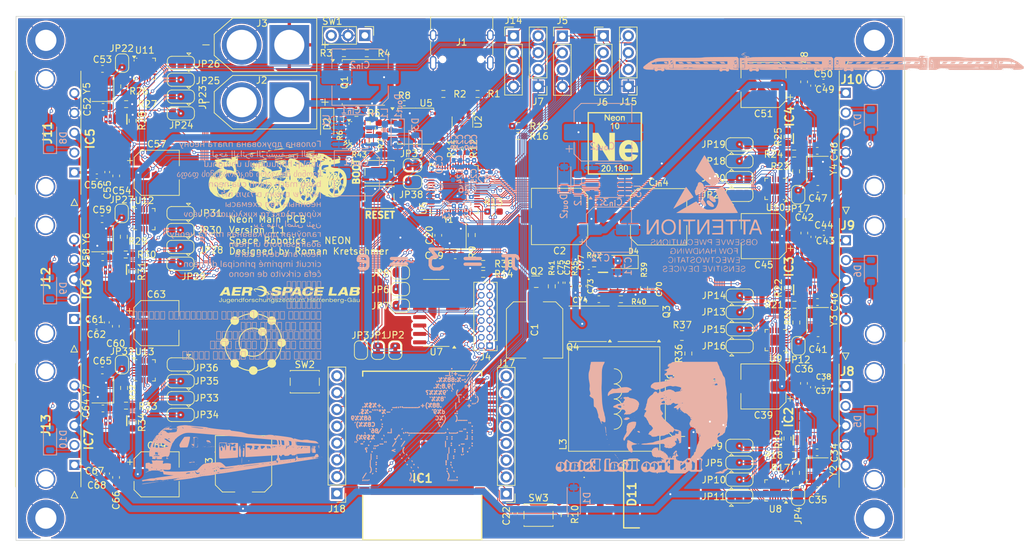
<source format=kicad_pcb>
(kicad_pcb
	(version 20240108)
	(generator "pcbnew")
	(generator_version "8.0")
	(general
		(thickness 1.6)
		(legacy_teardrops no)
	)
	(paper "A4")
	(title_block
		(comment 4 "AISLER Project ID: RMVILIPZ")
	)
	(layers
		(0 "F.Cu" signal)
		(31 "B.Cu" signal)
		(32 "B.Adhes" user "B.Adhesive")
		(33 "F.Adhes" user "F.Adhesive")
		(34 "B.Paste" user)
		(35 "F.Paste" user)
		(36 "B.SilkS" user "B.Silkscreen")
		(37 "F.SilkS" user "F.Silkscreen")
		(38 "B.Mask" user)
		(39 "F.Mask" user)
		(40 "Dwgs.User" user "User.Drawings")
		(41 "Cmts.User" user "User.Comments")
		(42 "Eco1.User" user "User.Eco1")
		(43 "Eco2.User" user "User.Eco2")
		(44 "Edge.Cuts" user)
		(45 "Margin" user)
		(46 "B.CrtYd" user "B.Courtyard")
		(47 "F.CrtYd" user "F.Courtyard")
		(48 "B.Fab" user)
		(49 "F.Fab" user)
		(50 "User.1" user)
		(51 "User.2" user)
		(52 "User.3" user)
		(53 "User.4" user)
		(54 "User.5" user)
		(55 "User.6" user)
		(56 "User.7" user)
		(57 "User.8" user)
		(58 "User.9" user)
	)
	(setup
		(stackup
			(layer "F.SilkS"
				(type "Top Silk Screen")
			)
			(layer "F.Paste"
				(type "Top Solder Paste")
			)
			(layer "F.Mask"
				(type "Top Solder Mask")
				(thickness 0.01)
			)
			(layer "F.Cu"
				(type "copper")
				(thickness 0.035)
			)
			(layer "dielectric 1"
				(type "core")
				(thickness 1.51)
				(material "FR4")
				(epsilon_r 4.5)
				(loss_tangent 0.02)
			)
			(layer "B.Cu"
				(type "copper")
				(thickness 0.035)
			)
			(layer "B.Mask"
				(type "Bottom Solder Mask")
				(thickness 0.01)
			)
			(layer "B.Paste"
				(type "Bottom Solder Paste")
			)
			(layer "B.SilkS"
				(type "Bottom Silk Screen")
			)
			(copper_finish "None")
			(dielectric_constraints no)
		)
		(pad_to_mask_clearance 0)
		(allow_soldermask_bridges_in_footprints no)
		(pcbplotparams
			(layerselection 0x00010fc_ffffffff)
			(plot_on_all_layers_selection 0x0000000_00000000)
			(disableapertmacros no)
			(usegerberextensions no)
			(usegerberattributes yes)
			(usegerberadvancedattributes yes)
			(creategerberjobfile yes)
			(dashed_line_dash_ratio 12.000000)
			(dashed_line_gap_ratio 3.000000)
			(svgprecision 4)
			(plotframeref no)
			(viasonmask no)
			(mode 1)
			(useauxorigin no)
			(hpglpennumber 1)
			(hpglpenspeed 20)
			(hpglpendiameter 15.000000)
			(pdf_front_fp_property_popups yes)
			(pdf_back_fp_property_popups yes)
			(dxfpolygonmode yes)
			(dxfimperialunits yes)
			(dxfusepcbnewfont yes)
			(psnegative no)
			(psa4output no)
			(plotreference yes)
			(plotvalue yes)
			(plotfptext yes)
			(plotinvisibletext no)
			(sketchpadsonfab no)
			(subtractmaskfromsilk no)
			(outputformat 1)
			(mirror no)
			(drillshape 1)
			(scaleselection 1)
			(outputdirectory "")
		)
	)
	(net 0 "")
	(net 1 "GND")
	(net 2 "Net-(BOOT_{RP}1-Pad2)")
	(net 3 "Net-(C19-Pad2)")
	(net 4 "/X_{IN}")
	(net 5 "+3V3")
	(net 6 "RESET_{ESP}")
	(net 7 "+1V1")
	(net 8 "Net-(C34-Pad2)")
	(net 9 "/Motor Driver/MOTOR1/X_{IN}")
	(net 10 "Net-(C40-Pad2)")
	(net 11 "/Motor Driver/MOTOR2/X_{IN}")
	(net 12 "Net-(C46-Pad2)")
	(net 13 "/Motor Driver/MOTOR3/X_{IN}")
	(net 14 "Net-(C52-Pad2)")
	(net 15 "/Motor Driver/MOTOR4/X_{IN}")
	(net 16 "Net-(C58-Pad2)")
	(net 17 "/Motor Driver/MOTOR5/X_{IN}")
	(net 18 "Net-(C64-Pad2)")
	(net 19 "/Motor Driver/MOTOR6/X_{IN}")
	(net 20 "VDC")
	(net 21 "+5V")
	(net 22 "Net-(D_{out}1-K)")
	(net 23 "Net-(D_{out}2-K)")
	(net 24 "Net-(J1-CC1)")
	(net 25 "D_{USB}+")
	(net 26 "D_{USB}-")
	(net 27 "unconnected-(J1-SBU1-PadA8)")
	(net 28 "Net-(J1-CC2)")
	(net 29 "unconnected-(J1-SBU2-PadB8)")
	(net 30 "/Motor Driver/MOTOR1/~{FAULT_{CH32}}")
	(net 31 "/Motor Driver/MOTOR1/~{FAULT}")
	(net 32 "IN1_{MOTOR1}")
	(net 33 "/Motor Driver/MOTOR1/IN1")
	(net 34 "/Motor Driver/MOTOR1/IN1_{CH32}")
	(net 35 "IN2_{MOTOR1}")
	(net 36 "/Motor Driver/MOTOR1/IN2")
	(net 37 "/Motor Driver/MOTOR1/IN2_{CH32}")
	(net 38 "~{SLEEP_{MOTOR1}}")
	(net 39 "/Motor Driver/MOTOR1/~{SLEEP}")
	(net 40 "/Motor Driver/MOTOR1/~{SLEEP_{CH32}}")
	(net 41 "SERVO_{MOTOR1}")
	(net 42 "/Motor Driver/MOTOR1/SERVO")
	(net 43 "/Motor Driver/MOTOR1/SERVO_{CH32}")
	(net 44 "/Motor Driver/MOTOR2/~{FAULT_{CH32}}")
	(net 45 "/Motor Driver/MOTOR2/~{FAULT}")
	(net 46 "IN1_{MOTOR2}")
	(net 47 "/Motor Driver/MOTOR2/IN1")
	(net 48 "/Motor Driver/MOTOR2/IN1_{CH32}")
	(net 49 "IN2_{MOTOR2}")
	(net 50 "/Motor Driver/MOTOR2/IN2")
	(net 51 "/Motor Driver/MOTOR2/IN2_{CH32}")
	(net 52 "~{SLEEP_{MOTOR2}}")
	(net 53 "/Motor Driver/MOTOR2/~{SLEEP}")
	(net 54 "/Motor Driver/MOTOR2/~{SLEEP_{CH32}}")
	(net 55 "SERVO_{MOTOR2}")
	(net 56 "/Motor Driver/MOTOR2/SERVO")
	(net 57 "/Motor Driver/MOTOR2/SERVO_{CH32}")
	(net 58 "/Motor Driver/MOTOR3/~{FAULT_{CH32}}")
	(net 59 "/Motor Driver/MOTOR3/~{FAULT}")
	(net 60 "IN1_{MOTOR3}")
	(net 61 "/Motor Driver/MOTOR3/IN1")
	(net 62 "/Motor Driver/MOTOR3/IN1_{CH32}")
	(net 63 "IN2_{MOTOR3}")
	(net 64 "/Motor Driver/MOTOR3/IN2")
	(net 65 "/Motor Driver/MOTOR3/IN2_{CH32}")
	(net 66 "~{SLEEP_{MOTOR3}}")
	(net 67 "/Motor Driver/MOTOR3/~{SLEEP}")
	(net 68 "/Motor Driver/MOTOR3/~{SLEEP_{CH32}}")
	(net 69 "SERVO_{MOTOR3}")
	(net 70 "/Motor Driver/MOTOR3/SERVO")
	(net 71 "/Motor Driver/MOTOR3/SERVO_{CH32}")
	(net 72 "/Motor Driver/MOTOR4/~{FAULT_{CH32}}")
	(net 73 "/Motor Driver/MOTOR4/~{FAULT}")
	(net 74 "IN1_{MOTOR4}")
	(net 75 "/Motor Driver/MOTOR4/IN1")
	(net 76 "/Motor Driver/MOTOR4/IN1_{CH32}")
	(net 77 "IN2_{MOTOR4}")
	(net 78 "/Motor Driver/MOTOR4/IN2")
	(net 79 "/Motor Driver/MOTOR4/IN2_{CH32}")
	(net 80 "~{SLEEP_{MOTOR4}}")
	(net 81 "/Motor Driver/MOTOR4/~{SLEEP}")
	(net 82 "/Motor Driver/MOTOR4/~{SLEEP_{CH32}}")
	(net 83 "SERVO_{MOTOR4}")
	(net 84 "/Motor Driver/MOTOR4/SERVO")
	(net 85 "/Motor Driver/MOTOR4/SERVO_{CH32}")
	(net 86 "/Motor Driver/MOTOR5/~{FAULT_{CH32}}")
	(net 87 "/Motor Driver/MOTOR5/~{FAULT}")
	(net 88 "IN1_{MOTOR5}")
	(net 89 "/Motor Driver/MOTOR5/IN1")
	(net 90 "/Motor Driver/MOTOR5/IN1_{CH32}")
	(net 91 "IN2_{MOTOR5}")
	(net 92 "/Motor Driver/MOTOR5/IN2")
	(net 93 "/Motor Driver/MOTOR5/IN2_{CH32}")
	(net 94 "~{SLEEP_{MOTOR5}}")
	(net 95 "/Motor Driver/MOTOR5/~{SLEEP}")
	(net 96 "/Motor Driver/MOTOR5/~{SLEEP_{CH32}}")
	(net 97 "SERVO_{MOTOR5}")
	(net 98 "/Motor Driver/MOTOR5/SERVO")
	(net 99 "/Motor Driver/MOTOR5/SERVO_{CH32}")
	(net 100 "/Motor Driver/MOTOR6/~{FAULT_{CH32}}")
	(net 101 "/Motor Driver/MOTOR6/~{FAULT}")
	(net 102 "IN1_{MOTOR6}")
	(net 103 "/Motor Driver/MOTOR6/IN1")
	(net 104 "/Motor Driver/MOTOR6/IN1_{CH32}")
	(net 105 "IN2_{MOTOR6}")
	(net 106 "/Motor Driver/MOTOR6/IN2")
	(net 107 "/Motor Driver/MOTOR6/IN2_{CH32}")
	(net 108 "~{SLEEP_{MOTOR6}}")
	(net 109 "/Motor Driver/MOTOR6/~{SLEEP}")
	(net 110 "/Motor Driver/MOTOR6/~{SLEEP_{CH32}}")
	(net 111 "SERVO_{MOTOR6}")
	(net 112 "/Motor Driver/MOTOR6/SERVO")
	(net 113 "/Motor Driver/MOTOR6/SERVO_{CH32}")
	(net 114 "Net-(IC8-VSW)")
	(net 115 "+7.5V")
	(net 116 "Net-(Q1-G)")
	(net 117 "+BATT")
	(net 118 "Net-(R4-Pad2)")
	(net 119 "/CS_{QSPI}")
	(net 120 "/X_{OUT}")
	(net 121 "/D+")
	(net 122 "/D-")
	(net 123 "/RUN")
	(net 124 "/Motor Driver/MOTOR1/X_{OUT}")
	(net 125 "/Motor Driver/MOTOR2/X_{OUT}")
	(net 126 "/Motor Driver/MOTOR3/X_{OUT}")
	(net 127 "/Motor Driver/MOTOR4/X_{OUT}")
	(net 128 "/Motor Driver/MOTOR5/X_{OUT}")
	(net 129 "/Motor Driver/MOTOR6/X_{OUT}")
	(net 130 "unconnected-(U4-PA1-Pad2)")
	(net 131 "unconnected-(U4-PA2-Pad3)")
	(net 132 "unconnected-(U4-PD0-Pad5)")
	(net 133 "unconnected-(U4-PC0-Pad7)")
	(net 134 "SDA_{I2C}")
	(net 135 "SCL_{I2C}")
	(net 136 "unconnected-(U4-PC3-Pad10)")
	(net 137 "/Power Supply/V_{BATT}")
	(net 138 "unconnected-(U4-PC5-Pad12)")
	(net 139 "Net-(IC2-CPL)")
	(net 140 "unconnected-(U4-PC7-Pad14)")
	(net 141 "SWIO_{Power Supply}")
	(net 142 "unconnected-(U4-PD2-Pad16)")
	(net 143 "unconnected-(U4-PD3-Pad17)")
	(net 144 "unconnected-(U4-PD4-Pad18)")
	(net 145 "unconnected-(U4-PD5-Pad19)")
	(net 146 "unconnected-(U4-PD6-Pad20)")
	(net 147 "/SD1_{QSPI}")
	(net 148 "/SD2_{QSPI}")
	(net 149 "/SD0_{QSPI}")
	(net 150 "/SCLK_{QSPI}")
	(net 151 "/SD3_{QSPI}")
	(net 152 "TX_{UART}")
	(net 153 "RX_{UART}")
	(net 154 "/CLK_{SWD}")
	(net 155 "/DIO_{SWD}")
	(net 156 "SWIO")
	(net 157 "/INH")
	(net 158 "unconnected-(U8-PC7-Pad14)")
	(net 159 "unconnected-(U8-PD0-Pad5)")
	(net 160 "unconnected-(U8-PC0-Pad7)")
	(net 161 "unconnected-(U8-PC3-Pad10)")
	(net 162 "/Motor Driver/MOTOR1/I_{PROPI}")
	(net 163 "unconnected-(U8-PC5-Pad12)")
	(net 164 "/Motor Driver/MOTOR1/WS2812")
	(net 165 "SWIO_{MOTOR1}")
	(net 166 "unconnected-(U8-PD6-Pad20)")
	(net 167 "unconnected-(U9-PC7-Pad14)")
	(net 168 "unconnected-(U9-PD0-Pad5)")
	(net 169 "unconnected-(U9-PC0-Pad7)")
	(net 170 "unconnected-(U9-PC3-Pad10)")
	(net 171 "/Motor Driver/MOTOR2/I_{PROPI}")
	(net 172 "unconnected-(U9-PC5-Pad12)")
	(net 173 "/Motor Driver/MOTOR2/WS2812")
	(net 174 "SWIO_{MOTOR2}")
	(net 175 "unconnected-(U9-PD6-Pad20)")
	(net 176 "unconnected-(U10-PC7-Pad14)")
	(net 177 "unconnected-(U10-PD0-Pad5)")
	(net 178 "unconnected-(U10-PC0-Pad7)")
	(net 179 "unconnected-(U10-PC3-Pad10)")
	(net 180 "/Motor Driver/MOTOR3/I_{PROPI}")
	(net 181 "unconnected-(U10-PC5-Pad12)")
	(net 182 "/Motor Driver/MOTOR3/WS2812")
	(net 183 "SWIO_{MOTOR3}")
	(net 184 "unconnected-(U10-PD6-Pad20)")
	(net 185 "unconnected-(U11-PC7-Pad14)")
	(net 186 "unconnected-(U11-PD0-Pad5)")
	(net 187 "unconnected-(U11-PC0-Pad7)")
	(net 188 "unconnected-(U11-PC3-Pad10)")
	(net 189 "/Motor Driver/MOTOR4/I_{PROPI}")
	(net 190 "unconnected-(U11-PC5-Pad12)")
	(net 191 "/Motor Driver/MOTOR4/WS2812")
	(net 192 "SWIO_{MOTOR4}")
	(net 193 "unconnected-(U11-PD6-Pad20)")
	(net 194 "unconnected-(U12-PC7-Pad14)")
	(net 195 "unconnected-(U12-PD0-Pad5)")
	(net 196 "unconnected-(U12-PC0-Pad7)")
	(net 197 "unconnected-(U12-PC3-Pad10)")
	(net 198 "/Motor Driver/MOTOR5/I_{PROPI}")
	(net 199 "unconnected-(U12-PC5-Pad12)")
	(net 200 "/Motor Driver/MOTOR5/WS2812")
	(net 201 "SWIO_{MOTOR5}")
	(net 202 "unconnected-(U12-PD6-Pad20)")
	(net 203 "unconnected-(U13-PC7-Pad14)")
	(net 204 "unconnected-(U13-PD0-Pad5)")
	(net 205 "unconnected-(U13-PC0-Pad7)")
	(net 206 "unconnected-(U13-PC3-Pad10)")
	(net 207 "/Motor Driver/MOTOR6/I_{PROPI}")
	(net 208 "unconnected-(U13-PC5-Pad12)")
	(net 209 "/Motor Driver/MOTOR6/WS2812")
	(net 210 "SWIO_{MOTOR6}")
	(net 211 "unconnected-(U13-PD6-Pad20)")
	(net 212 "Net-(IC2-CPH)")
	(net 213 "Net-(IC2-VCP)")
	(net 214 "Net-(IC3-CPL)")
	(net 215 "Net-(IC3-CPH)")
	(net 216 "Net-(IC3-VCP)")
	(net 217 "Net-(IC4-CPL)")
	(net 218 "Net-(IC4-CPH)")
	(net 219 "Net-(IC4-VCP)")
	(net 220 "Net-(IC5-CPL)")
	(net 221 "Net-(IC5-CPH)")
	(net 222 "Net-(IC5-VCP)")
	(net 223 "Net-(IC6-CPL)")
	(net 224 "Net-(IC6-CPH)")
	(net 225 "Net-(IC6-VCP)")
	(net 226 "Net-(IC7-CPL)")
	(net 227 "Net-(IC7-CPH)")
	(net 228 "Net-(IC7-VCP)")
	(net 229 "Net-(D4-K)")
	(net 230 "VDD")
	(net 231 "Net-(IC8-CS)")
	(net 232 "Net-(C74-Pad1)")
	(net 233 "Net-(C75-Pad1)")
	(net 234 "Net-(IC8-COMP{slash}EN)")
	(net 235 "SDA_{I2CEXT}")
	(net 236 "SCL_{I2CEXT}")
	(net 237 "ESP_{IO4}")
	(net 238 "ESP_{IO5}")
	(net 239 "ESP_{IO6}")
	(net 240 "ESP_{IO7}")
	(net 241 "ESP_{IO8}")
	(net 242 "ESP_{IO10}")
	(net 243 "ESP_{IO11}")
	(net 244 "ESP_{IO12}")
	(net 245 "ESP_{IO13}")
	(net 246 "ESP_{IO15}")
	(net 247 "ESP_{IO18}")
	(net 248 "ESP_{IO19}")
	(net 249 "ESP_{IO20}")
	(net 250 "ESP_{IO21}")
	(net 251 "ESP_{IO22}")
	(net 252 "ESP_{IO23}")
	(net 253 "Net-(IC1-RXD0)")
	(net 254 "Net-(IC1-TXD0)")
	(net 255 "BOOT_{ESP}")
	(net 256 "/A")
	(net 257 "/B")
	(net 258 "/C")
	(net 259 "Net-(JP37-A)")
	(net 260 "Net-(JP38-A)")
	(net 261 "Net-(IC8-LSD)")
	(net 262 "Net-(IC8-HSD)")
	(net 263 "Net-(IC2-IMODE)")
	(net 264 "Net-(IC3-IMODE)")
	(net 265 "Net-(IC4-IMODE)")
	(net 266 "Net-(IC5-IMODE)")
	(net 267 "Net-(IC6-IMODE)")
	(net 268 "Net-(IC7-IMODE)")
	(net 269 "/Power Supply/feedback")
	(net 270 "/Motor Driver/MOTOR1/OUT1")
	(net 271 "/Motor Driver/MOTOR1/OUT2")
	(net 272 "/Motor Driver/MOTOR2/OUT1")
	(net 273 "/Motor Driver/MOTOR2/OUT2")
	(net 274 "/Motor Driver/MOTOR3/OUT1")
	(net 275 "/Motor Driver/MOTOR3/OUT2")
	(net 276 "/Motor Driver/MOTOR4/OUT1")
	(net 277 "/Motor Driver/MOTOR4/OUT2")
	(net 278 "/Motor Driver/MOTOR5/OUT1")
	(net 279 "/Motor Driver/MOTOR5/OUT2")
	(net 280 "/Motor Driver/MOTOR6/OUT1")
	(net 281 "/Motor Driver/MOTOR6/OUT2")
	(net 282 "unconnected-(IC1-NC-Pad22)")
	(net 283 "RX_{EXT}")
	(net 284 "TX_{EXT}")
	(net 285 "~{SERVO_{EN}}")
	(net 286 "Net-(IC8-VIN)")
	(net 287 "Net-(Q3-D)")
	(net 288 "Net-(D5-A)")
	(net 289 "Net-(D6-A)")
	(net 290 "Net-(D7-A)")
	(net 291 "Net-(D8-A)")
	(net 292 "Net-(D9-A)")
	(net 293 "Net-(D10-A)")
	(net 294 "unconnected-(U4-PC6-Pad13)")
	(net 295 "Net-(D11-A1)")
	(net 296 "D_{USBP}+")
	(net 297 "D_{USBP}-")
	(footprint "Capacitor_SMD:C_0402_1005Metric_Pad0.74x0.62mm_HandSolder" (layer "F.Cu") (at 260.7525 40.4829 90))
	(footprint "Crystal:Crystal_SMD_3225-4Pin_3.2x2.5mm" (layer "F.Cu") (at 153.37 40.8671 90))
	(footprint "Capacitor_SMD:C_0603_1608Metric_Pad1.08x0.95mm_HandSolder" (layer "F.Cu") (at 153.33 66.4271))
	(footprint "Crystal:Crystal_SMD_3225-4Pin_3.2x2.5mm" (layer "F.Cu") (at 153.31 63.5971 90))
	(footprint "Capacitor_SMD:C_0603_1608Metric_Pad1.08x0.95mm_HandSolder" (layer "F.Cu") (at 259.4275 62.7654 90))
	(footprint "Capacitor_SMD:C_0603_1608Metric_Pad1.08x0.95mm_HandSolder" (layer "F.Cu") (at 261.36 95.9229 180))
	(footprint "Resistor_SMD:R_0603_1608Metric_Pad0.98x0.95mm_HandSolder" (layer "F.Cu") (at 189.81 35.56))
	(footprint "Resistor_SMD:R_0603_1608Metric_Pad0.98x0.95mm_HandSolder" (layer "F.Cu") (at 257.87 96.3429))
	(footprint "MIC2169BYMME:SOP50P490X104-11N" (layer "F.Cu") (at 231.19 70.21))
	(footprint "Resistor_SMD:R_0603_1608Metric_Pad0.98x0.95mm_HandSolder" (layer "F.Cu") (at 227.6425 67.35))
	(footprint "Resistor_SMD:R_0603_1608Metric_Pad0.98x0.95mm_HandSolder" (layer "F.Cu") (at 195.015 50.875))
	(footprint "Package_TO_SOT_SMD:TO-252-2" (layer "F.Cu") (at 192.86 39.99))
	(footprint "Package_DFN_QFN:QFN-20-1EP_3x3mm_P0.4mm_EP1.65x1.65mm" (layer "F.Cu") (at 159.6975 37.9371))
	(footprint "Capacitor_SMD:C_0402_1005Metric_Pad0.74x0.62mm_HandSolder" (layer "F.Cu") (at 153.9575 76.2771 -90))
	(footprint "Crystal:Crystal_SMD_3225-4Pin_3.2x2.5mm" (layer "F.Cu") (at 206.64 63.21 90))
	(footprint "Capacitor_SMD:C_0402_1005Metric_Pad0.74x0.62mm_HandSolder" (layer "F.Cu") (at 226.06 70.77 -90))
	(footprint "kicad-librarys:asl-neon"
		(layer "F.Cu")
		(uuid "1e7c81eb-8937-43de-b004-81e914938f0e")
		(at 182.182327 45.230932)
		(property "Reference" "G***"
			(at 0 0 0)
			(layer "F.SilkS")
			(hide yes)
			(uuid "6e2e016d-2062-4fba-bd60-daa2fbd4e094")
			(effects
				(font
					(size 1.5 1.5)
					(thickness 0.3)
				)
			)
		)
		(property "Value" "LOGO"
			(at 0.140625 0 0)
			(layer "F.SilkS")
			(hide yes)
			(uuid "ee93dab8-a954-4135-96d0-f90f69807fe8")
			(effects
				(font
					(size 1.5 1.5)
					(thickness 0.3)
				)
			)
		)
		(property "Footprint" "kicad-librarys:asl-neon"
			(at 0 0 0)
			(unlocked yes)
			(layer "F.Fab")
			(hide yes)
			(uuid "ec87552f-b4e1-47a0-b2c8-16a985413d85")
			(effects
				(font
					(size 1.27 1.27)
				)
			)
		)
		(property "Datasheet" ""
			(at 0 0 0)
			(unlocked yes)
			(layer "F.Fab")
			(hide yes)
			(uuid "b53c4798-cd24-4bb6-be98-654a28189a30")
			(effects
				(font
					(size 1.27 1.27)
				)
			)
		)
		(property "Description" ""
			(at 0 0 0)
			(unlocked yes)
			(layer "F.Fab")
			(hide yes)
			(uuid "e4893128-4a5a-4e8d-94ba-dbc17442079c")
			(effects
				(font
					(size 1.27 1.27)
				)
			)
		)
		(attr board_only exclude_from_pos_files exclude_from_bom)
		(fp_poly
			(pts
				(xy -11.460905 7.944149) (xy -11.468843 7.952087) (xy -11.47678 7.944149) (xy -11.468843 7.936212)
			)
			(stroke
				(width 0)
				(type solid)
			)
			(fill solid)
			(layer "F.SilkS")
			(uuid "8a860d7d-5093-4b4d-b432-9086a68993d2")
		)
		(fp_poly
			(pts
				(xy -10.93703 6.197899) (xy -10.944968 6.205836) (xy -10.952905 6.197899) (xy -10.944968 6.189962)
			)
			(stroke
				(width 0)
				(type solid)
			)
			(fill solid)
			(layer "F.SilkS")
			(uuid "6ddb3b36-38e1-4829-a38a-d8125a152e46")
		)
		(fp_poly
			(pts
				(xy -10.762405 12.293898) (xy -10.770342 12.301836) (xy -10.77828 12.293898) (xy -10.770342 12.28596)
			)
			(stroke
				(width 0)
				(type solid)
			)
			(fill solid)
			(layer "F.SilkS")
			(uuid "c96e0a94-0dfb-45d0-8433-2d08639ad18e")
		)
		(fp_poly
			(pts
				(xy -9.460655 10.674648) (xy -9.468593 10.682586) (xy -9.47653 10.674648) (xy -9.468593 10.66671)
			)
			(stroke
				(width 0)
				(type solid)
			)
			(fill solid)
			(layer "F.SilkS")
			(uuid "48ad65ff-b4ae-412b-9024-2519c4d23790")
		)
		(fp_poly
			(pts
				(xy -8.285905 6.499524) (xy -8.293842 6.507462) (xy -8.30178 6.499524) (xy -8.293842 6.491586)
			)
			(stroke
				(width 0)
				(type solid)
			)
			(fill solid)
			(layer "F.SilkS")
			(uuid "1b35bbff-4982-4c78-abc2-7fcea72f50f8")
		)
		(fp_poly
			(pts
				(xy -8.285905 6.959899) (xy -8.293842 6.967836) (xy -8.30178 6.959899) (xy -8.293842 6.951962)
			)
			(stroke
				(width 0)
				(type solid)
			)
			(fill solid)
			(layer "F.SilkS")
			(uuid "54529838-ae7d-478f-89be-3399e5abc79d")
		)
		(fp_poly
			(pts
				(xy -8.27003 6.563024) (xy -8.277968 6.570962) (xy -8.285905 6.563024) (xy -8.277968 6.555087)
			)
			(stroke
				(width 0)
				(type solid)
			)
			(fill solid)
			(layer "F.SilkS")
			(uuid "f2ee35d4-03ed-409f-802a-c29eaabd859e")
		)
		(fp_poly
			(pts
				(xy -8.27003 6.690024) (xy -8.277968 6.697962) (xy -8.285905 6.690024) (xy -8.277968 6.682086)
			)
			(stroke
				(width 0)
				(type solid)
			)
			(fill solid)
			(layer "F.SilkS")
			(uuid "56138a9d-f4ec-4a51-bc29-22785ed571af")
		)
		(fp_poly
			(pts
				(xy -8.158905 6.690024) (xy -8.166842 6.697962) (xy -8.17478 6.690024) (xy -8.166842 6.682086)
			)
			(stroke
				(width 0)
				(type solid)
			)
			(fill solid)
			(layer "F.SilkS")
			(uuid "723894cf-8653-422e-9815-4cbf90692ae5")
		)
		(fp_poly
			(pts
				(xy -8.14303 6.610649) (xy -8.150967 6.618587) (xy -8.158905 6.610649) (xy -8.150967 6.602712)
			)
			(stroke
				(width 0)
				(type solid)
			)
			(fill solid)
			(layer "F.SilkS")
			(uuid "99341bb7-8723-4ee3-bb45-2efb5f8c0271")
		)
		(fp_poly
			(pts
				(xy -8.14303 6.944024) (xy -8.150967 6.951962) (xy -8.158905 6.944024) (xy -8.150967 6.936087)
			)
			(stroke
				(width 0)
				(type solid)
			)
			(fill solid)
			(layer "F.SilkS")
			(uuid "48492e63-5bc6-404c-a5fe-fe611a0b337b")
		)
		(fp_poly
			(pts
				(xy -7.873155 6.372524) (xy -7.881092 6.380462) (xy -7.88903 6.372524) (xy -7.881092 6.364587)
			)
			(stroke
				(width 0)
				(type solid)
			)
			(fill solid)
			(layer "F.SilkS")
			(uuid "765fa2cf-a13e-4259-8234-882f4ff8da4b")
		)
		(fp_poly
			(pts
				(xy -7.85728 6.451899) (xy -7.865217 6.459837) (xy -7.873155 6.451899) (xy -7.865217 6.443961)
			)
			(stroke
				(width 0)
				(type solid)
			)
			(fill solid)
			(layer "F.SilkS")
			(uuid "76123998-bd67-4d0d-9ca3-db1b148c82ae")
		)
		(fp_poly
			(pts
				(xy -6.666655 10.309523) (xy -6.674592 10.31746) (xy -6.68253 10.309523) (xy -6.674592 10.301586)
			)
			(stroke
				(width 0)
				(type solid)
			)
			(fill solid)
			(layer "F.SilkS")
			(uuid "040c7910-1563-4474-8502-8d466748911a")
		)
		(fp_poly
			(pts
				(xy -5.82528 11.452523) (xy -5.833217 11.46046) (xy -5.841155 11.452523) (xy -5.833217 11.444586)
			)
			(stroke
				(width 0)
				(type solid)
			)
			(fill solid)
			(layer "F.SilkS")
			(uuid "2e82f678-0138-46a3-8311-f1eec07926cf")
		)
		(fp_poly
			(pts
				(xy -5.777655 11.452523) (xy -5.785592 11.46046) (xy -5.79353 11.452523) (xy -5.785592 11.444586)
			)
			(stroke
				(width 0)
				(type solid)
			)
			(fill solid)
			(layer "F.SilkS")
			(uuid "3fd30d88-5b85-4896-b7a8-f00560121c80")
		)
		(fp_poly
			(pts
				(xy -5.523655 11.960523) (xy -5.531592 11.968461) (xy -5.53953 11.960523) (xy -5.531592 11.952585)
			)
			(stroke
				(width 0)
				(type solid)
			)
			(fill solid)
			(layer "F.SilkS")
			(uuid "a7fc0faa-fffe-4575-9de4-ba0570edc187")
		)
		(fp_poly
			(pts
				(xy -5.237905 13.294023) (xy -5.245842 13.301961) (xy -5.25378 13.294023) (xy -5.245842 13.286085)
			)
			(stroke
				(width 0)
				(type solid)
			)
			(fill solid)
			(layer "F.SilkS")
			(uuid "99486c08-2636-4602-81a6-9c9c7af03039")
		)
		(fp_poly
			(pts
				(xy -4.74578 9.531648) (xy -4.753718 9.539586) (xy -4.761655 9.531648) (xy -4.753718 9.52371)
			)
			(stroke
				(width 0)
				(type solid)
			)
			(fill solid)
			(layer "F.SilkS")
			(uuid "10d9fac2-5177-4dac-8fde-499e0ef2606c")
		)
		(fp_poly
			(pts
				(xy -2.39628 6.118524) (xy -2.404217 6.126462) (xy -2.412155 6.118524) (xy -2.404217 6.110586)
			)
			(stroke
				(width 0)
				(type solid)
			)
			(fill solid)
			(layer "F.SilkS")
			(uuid "764b616c-0395-41bf-b9bf-d50202f7775b")
		)
		(fp_poly
			(pts
				(xy -2.237531 6.102649) (xy -2.245469 6.110586) (xy -2.253407 6.102649) (xy -2.245469 6.094712)
			)
			(stroke
				(width 0)
				(type solid)
			)
			(fill solid)
			(layer "F.SilkS")
			(uuid "163ba322-58da-4c2a-9f9b-c4751a0e3ff2")
		)
		(fp_poly
			(pts
				(xy -2.237531 6.293149) (xy -2.245469 6.301086) (xy -2.253407 6.293149) (xy -2.245469 6.285212)
			)
			(stroke
				(width 0)
				(type solid)
			)
			(fill solid)
			(layer "F.SilkS")
			(uuid "335eb75b-7c3e-4b97-b477-75dc9ff05233")
		)
		(fp_poly
			(pts
				(xy -2.015282 5.975649) (xy -2.023219 5.983587) (xy -2.031156 5.975649) (xy -2.023219 5.967711)
			)
			(stroke
				(width 0)
				(type solid)
			)
			(fill solid)
			(layer "F.SilkS")
			(uuid "4c67395f-7432-4c73-8079-6156e8537bd6")
		)
		(fp_poly
			(pts
				(xy -1.602531 5.959774) (xy -1.610469 5.967711) (xy -1.618406 5.959774) (xy -1.610469 5.951837)
			)
			(stroke
				(width 0)
				(type solid)
			)
			(fill solid)
			(layer "F.SilkS")
			(uuid "7c648532-7404-47de-a030-0dbc0b56e4a8")
		)
		(fp_poly
			(pts
				(xy -1.427906 8.420399) (xy -1.435844 8.428337) (xy -1.443782 8.420399) (xy -1.435844 8.412462)
			)
			(stroke
				(width 0)
				(type solid)
			)
			(fill solid)
			(layer "F.SilkS")
			(uuid "7198ae7a-6989-4531-a1ed-2ff5e5ab4ca4")
		)
		(fp_poly
			(pts
				(xy 0.127843 6.007399) (xy 0.119906 6.015336) (xy 0.111969 6.007399) (xy 0.119906 5.999462)
			)
			(stroke
				(width 0)
				(type solid)
			)
			(fill solid)
			(layer "F.SilkS")
			(uuid "a85255c0-85e1-4c9a-8239-2dc1a1b1e7f2")
		)
		(fp_poly
			(pts
				(xy 3.032968 5.007274) (xy 3.025031 5.015211) (xy 3.017094 5.007274) (xy 3.025031 4.999337)
			)
			(stroke
				(width 0)
				(type solid)
			)
			(fill solid)
			(layer "F.SilkS")
			(uuid "e3d317f4-b39c-49cc-8a4a-773008f30d46")
		)
		(fp_poly
			(pts
				(xy -9.258579 8.577495) (xy -9.263314 8.584711) (xy -9.279416 8.585833) (xy -9.296354 8.581956)
				(xy -9.289007 8.576242) (xy -9.264196 8.57435)
			)
			(stroke
				(width 0)
				(type solid)
			)
			(fill solid)
			(layer "F.SilkS")
			(uuid "4778adfa-a815-467f-9ef4-283fe2cfd411")
		)
		(fp_poly
			(pts
				(xy -8.307071 6.703254) (xy -8.305172 6.722094) (xy -8.307071 6.72442) (xy -8.316509 6.722241) (xy -8.317655 6.713837)
				(xy -8.311847 6.70077)
			)
			(stroke
				(width 0)
				(type solid)
			)
			(fill solid)
			(layer "F.SilkS")
			(uuid "f62b10ac-3a9e-454a-b0e1-0a0ab4eaac2f")
		)
		(fp_poly
			(pts
				(xy -8.148322 6.750879) (xy -8.146421 6.769719) (xy -8.148322 6.772045) (xy -8.157759 6.769866)
				(xy -8.158905 6.761462) (xy -8.153096 6.748395)
			)
			(stroke
				(width 0)
				(type solid)
			)
			(fill solid)
			(layer "F.SilkS")
			(uuid "adbc99b0-bdc9-49a5-bc1c-b8ed2fd612ac")
		)
		(fp_poly
			(pts
				(xy -8.148322 6.877878) (xy -8.146421 6.896718) (xy -8.148322 6.899045) (xy -8.157759 6.896866)
				(xy -8.158905 6.888462) (xy -8.153096 6.875395)
			)
			(stroke
				(width 0)
				(type solid)
			)
			(fill solid)
			(layer "F.SilkS")
			(uuid "9ca1b935-5110-4c2a-bbd7-d92637f5fb54")
		)
		(fp_poly
			(pts
				(xy -2.163448 6.084129) (xy -2.165627 6.093566) (xy -2.174031 6.094712) (xy -2.187098 6.088903)
				(xy -2.184614 6.084129) (xy -2.165774 6.082228)
			)
			(stroke
				(width 0)
				(type solid)
			)
			(fill solid)
			(layer "F.SilkS")
			(uuid "14d9d710-23ee-4f4f-bea0-bebe4b8be64c")
		)
		(fp_poly
			(pts
				(xy -9.181403 10.226296) (xy -9.18568 10.240671) (xy -9.198334 10.253642) (xy -9.218295 10.263879)
				(xy -9.22253 10.256841) (xy -9.212611 10.236044) (xy -9.192902 10.223814)
			)
			(stroke
				(width 0)
				(type solid)
			)
			(fill solid)
			(layer "F.SilkS")
			(uuid "b797c37b-b287-4a90-9003-351f913f7c63")
		)
		(fp_poly
			(pts
				(xy -2.238963 6.034518) (xy -2.240909 6.049281) (xy -2.249652 6.061231) (xy -2.260027 6.049218)
				(xy -2.265852 6.025846) (xy -2.262933 6.019572) (xy -2.24724 6.016965)
			)
			(stroke
				(width 0)
				(type solid)
			)
			(fill solid)
			(layer "F.SilkS")
			(uuid "64e81c60-b6fd-4c09-8a24-399bfe8c149f")
		)
		(fp_poly
			(pts
				(xy -0.827109 7.958508) (xy -0.810067 7.974492) (xy -0.813563 7.983682) (xy -0.815782 7.983837)
				(xy -0.829209 7.972561) (xy -0.83411 7.965509) (xy -0.835981 7.954646)
			)
			(stroke
				(width 0)
				(type solid)
			)
			(fill solid)
			(layer "F.SilkS")
			(uuid "62b37711-2ff7-427b-b5c2-4bb4decba1d1")
		)
		(fp_poly
			(pts
				(xy 2.397493 10.927486) (xy 2.395654 10.935084) (xy 2.380057 10.942852) (xy 2.368492 10.938061)
				(xy 2.355944 10.923174) (xy 2.36558 10.913168) (xy 2.389669 10.909008)
			)
			(stroke
				(width 0)
				(type solid)
			)
			(fill solid)
			(layer "F.SilkS")
			(uuid "20f75dbc-6551-4652-8c71-c551c5cdf39a")
		)
		(fp_poly
			(pts
				(xy -9.478321 9.949318) (xy -9.47653 9.960273) (xy -9.485102 9.981399) (xy -9.492405 9.984085) (xy -9.506489 9.971227)
				(xy -9.50828 9.960273) (xy -9.499708 9.939147) (xy -9.492405 9.93646)
			)
			(stroke
				(width 0)
				(type solid)
			)
			(fill solid)
			(layer "F.SilkS")
			(uuid "4e44840b-fe57-44ce-8a29-a8536da588e0")
		)
		(fp_poly
			(pts
				(xy -8.317655 6.626524) (xy -8.302511 6.64079) (xy -8.30178 6.643336) (xy -8.314062 6.650154) (xy -8.317655 6.650337)
				(xy -8.33292 6.638133) (xy -8.33353 6.633525) (xy -8.323805 6.624044)
			)
			(stroke
				(width 0)
				(type solid)
			)
			(fill solid)
			(layer "F.SilkS")
			(uuid "bbae9d14-cf71-422d-946f-5699e21476f0")
		)
		(fp_poly
			(pts
				(xy -8.301962 6.805494) (xy -8.30178 6.809087) (xy -8.313984 6.824352) (xy -8.318592 6.824961) (xy -8.328073 6.815236)
				(xy -8.325593 6.809087) (xy -8.311327 6.793942) (xy -8.308781 6.793212)
			)
			(stroke
				(width 0)
				(type solid)
			)
			(fill solid)
			(layer "F.SilkS")
			(uuid "e3a2ceee-fe51-4689-b764-0a338b5886dd")
		)
		(fp_poly
			(pts
				(xy -8.13635 6.520104) (xy -8.13843 6.539211) (xy -8.147646 6.564858) (xy -8.152819 6.570962) (xy -8.157773 6.557602)
				(xy -8.158905 6.539211) (xy -8.152874 6.513406) (xy -8.144516 6.507462)
			)
			(stroke
				(width 0)
				(type solid)
			)
			(fill solid)
			(layer "F.SilkS")
			(uuid "bc141e43-39ef-4907-9f70-6c3d22ad905b")
		)
		(fp_poly
			(pts
				(xy -8.005612 6.406062) (xy -8.008092 6.412212) (xy -8.022358 6.427356) (xy -8.024904 6.428087)
				(xy -8.031723 6.415804) (xy -8.031905 6.412212) (xy -8.019701 6.396947) (xy -8.015093 6.396336)
			)
			(stroke
				(width 0)
				(type solid)
			)
			(fill solid)
			(layer "F.SilkS")
			(uuid "601d9abb-ca96-4a46-ab6f-f119b9b4529e")
		)
		(fp_poly
			(pts
				(xy -2.460242 6.122667) (xy -2.45978 6.126462) (xy -2.471861 6.141876) (xy -2.475655 6.142337) (xy -2.491069 6.130256)
				(xy -2.49153 6.126462) (xy -2.47945 6.111048) (xy -2.475655 6.110586)
			)
			(stroke
				(width 0)
				(type solid)
			)
			(fill solid)
			(layer "F.SilkS")
			(uuid "b5a0b2fe-e4d6-4d55-b35b-304f5dbdbc26")
		)
		(fp_poly
			(pts
				(xy -2.094839 6.059369) (xy -2.094656 6.062961) (xy -2.10686 6.078227) (xy -2.111468 6.078837) (xy -2.120949 6.069111)
				(xy -2.118469 6.062961) (xy -2.104203 6.047817) (xy -2.101657 6.047087)
			)
			(stroke
				(width 0)
				(type solid)
			)
			(fill solid)
			(layer "F.SilkS")
			(uuid "3dc0576c-4719-4030-a8e1-0dbb1726636a")
		)
		(fp_poly
			(pts
				(xy -1.438774 8.37621) (xy -1.437479 8.378066) (xy -1.442336 8.389662) (xy -1.452417 8.391295) (xy -1.473111 8.383942)
				(xy -1.475531 8.378066) (xy -1.463504 8.365091) (xy -1.460593 8.364837)
			)
			(stroke
				(width 0)
				(type solid)
			)
			(fill solid)
			(layer "F.SilkS")
			(uuid "878b7411-da65-4838-94e2-64b1d11a2da7")
		)
		(fp_poly
			(pts
				(xy -1.434806 8.458503) (xy -1.433198 8.468707) (xy -1.443011 8.489375) (xy -1.450963 8.491836)
				(xy -1.465667 8.478644) (xy -1.468727 8.46189) (xy -1.461238 8.440373) (xy -1.450963 8.438761)
			)
			(stroke
				(width 0)
				(type solid)
			)
			(fill solid)
			(layer "F.SilkS")
			(uuid "3022812a-a9ea-4807-8a02-1b04480c14f8")
		)
		(fp_poly
			(pts
				(xy -0.591512 5.803341) (xy -0.594469 5.808962) (xy -0.609426 5.824122) (xy -0.612218 5.824836)
				(xy -0.613301 5.814582) (xy -0.610344 5.808962) (xy -0.595386 5.793801) (xy -0.592595 5.793087)
			)
			(stroke
				(width 0)
				(type solid)
			)
			(fill solid)
			(layer "F.SilkS")
			(uuid "c15711fb-d815-445d-90b2-4c1c13fb0ff5")
		)
		(fp_poly
			(pts
				(xy -0.524787 5.763582) (xy -0.525717 5.790134) (xy -0.532613 5.811621) (xy -0.546981 5.804091)
				(xy -0.55267 5.798116) (xy -0.565524 5.772909) (xy -0.556903 5.757108) (xy -0.535691 5.746962)
			)
			(stroke
				(width 0)
				(type solid)
			)
			(fill solid)
			(layer "F.SilkS")
			(uuid "a12ea8ad-4344-4719-930b-891b63e1bc03")
		)
		(fp_poly
			(pts
				(xy 3.291657 6.280876) (xy 3.294906 6.285212) (xy 3.291307 6.298803) (xy 3.279968 6.301086) (xy 3.258247 6.292798)
				(xy 3.255219 6.285212) (xy 3.266613 6.269791) (xy 3.270157 6.269337)
			)
			(stroke
				(width 0)
				(type solid)
			)
			(fill solid)
			(layer "F.SilkS")
			(uuid "2d9b833f-75cd-45b7-84e9-b82e27a7b43f")
		)
		(fp_poly
			(pts
				(xy -3.528428 12.591761) (xy -3.537389 12.60909) (xy -3.53928 12.611398) (xy -3.558302 12.631128)
				(xy -3.565037 12.635211) (xy -3.570368 12.622245) (xy -3.57103 12.611398) (xy -3.558176 12.59081)
				(xy -3.545273 12.587586)
			)
			(stroke
				(width 0)
				(type solid)
			)
			(fill solid)
			(layer "F.SilkS")
			(uuid "956bf5e0-af57-4dea-9624-6a08faceaef0")
		)
		(fp_poly
			(pts
				(xy -2.190326 6.018636) (xy -2.190149 6.027243) (xy -2.195936 6.055115) (xy -2.205782 6.062961)
				(xy -2.221027 6.053846) (xy -2.221413 6.051055) (xy -2.213481 6.028795) (xy -2.205782 6.015336)
				(xy -2.194202 6.002869)
			)
			(stroke
				(width 0)
				(type solid)
			)
			(fill solid)
			(layer "F.SilkS")
			(uuid "24b17649-5709-4505-b8c2-19583d7d1811")
		)
		(fp_poly
			(pts
				(xy -9.936368 6.811803) (xy -9.927257 6.834061) (xy -9.924923 6.87189) (xy -9.936676 6.893295) (xy -9.957624 6.891723)
				(xy -9.96548 6.885287) (xy -9.980859 6.854877) (xy -9.98453 6.829724) (xy -9.975995 6.800262) (xy -9.956759 6.79453)
			)
			(stroke
				(width 0)
				(type solid)
			)
			(fill solid)
			(layer "F.SilkS")
			(uuid "78eded31-0aa8-473a-959c-867771534f0e")
		)
		(fp_poly
			(pts
				(xy 2.701225 6.376058) (xy 2.714176 6.399407) (xy 2.714095 6.418038) (xy 2.713461 6.41866) (xy 2.695483 6.41892)
				(xy 2.687687 6.416653) (xy 2.671329 6.400106) (xy 2.669105 6.377511) (xy 2.682073 6.364717) (xy 2.684217 6.364587)
			)
			(stroke
				(width 0)
				(type solid)
			)
			(fill solid)
			(layer "F.SilkS")
			(uuid "684554cc-4e13-473b-8e05-ab94602e8e89")
		)
		(fp_poly
			(pts
				(xy -10.927985 6.245524) (xy -10.910246 6.276849) (xy -10.898501 6.288937) (xy -10.899224 6.297214)
				(xy -10.924773 6.300841) (xy -10.925123 6.300843) (xy -10.956403 6.2973) (xy -10.967664 6.28918)
				(xy -10.961266 6.266139) (xy -10.953493 6.245524) (xy -10.940438 6.213774)
			)
			(stroke
				(width 0)
				(type solid)
			)
			(fill solid)
			(layer "F.SilkS")
			(uuid "83e6b096-7dc5-4e46-aa12-0e71df6b85cc")
		)
		(fp_poly
			(pts
				(xy -10.917343 12.208263) (xy -10.893539 12.222772) (xy -10.889405 12.230956) (xy -10.893374 12.236457)
				(xy -10.909946 12.232139) (xy -10.944347 12.224349) (xy -10.944968 12.224214) (xy -10.974981 12.213701)
				(xy -10.974171 12.202275) (xy -10.973077 12.201546) (xy -10.949015 12.199374)
			)
			(stroke
				(width 0)
				(type solid)
			)
			(fill solid)
			(layer "F.SilkS")
			(uuid "aba4ce36-2916-4bf6-8e3c-2660667833dd")
		)
		(fp_poly
			(pts
				(xy 1.678138 12.254211) (xy 1.670321 12.292291) (xy 1.667935 12.313742) (xy 1.6542 12.328653) (xy 1.628031 12.333585)
				(xy 1.598182 12.329163) (xy 1.588344 12.32068) (xy 1.598976 12.302803) (xy 1.625662 12.273315) (xy 1.638233 12.261149)
				(xy 1.688122 12.214523)
			)
			(stroke
				(width 0)
				(type solid)
			)
			(fill solid)
			(layer "F.SilkS")
			(uuid "e3e00bb2-7b42-4520-98bb-8af26dfb2aa2")
		)
		(fp_poly
			(pts
				(xy -6.006939 7.538972) (xy -5.990933 7.566081) (xy -5.987196 7.600254) (xy -5.998523 7.633236)
				(xy -6.017172 7.647383) (xy -6.034865 7.638314) (xy -6.039584 7.627969) (xy -6.050732 7.592214)
				(xy -6.053999 7.581553) (xy -6.052197 7.549822) (xy -6.047271 7.538918) (xy -6.02813 7.527456)
			)
			(stroke
				(width 0)
				(type solid)
			)
			(fill solid)
			(layer "F.SilkS")
			(uuid "18860cd5-fcaa-43e8-81c3-497598df634b")
		)
		(fp_poly
			(pts
				(xy -2.302347 6.034816) (xy -2.279999 6.047557) (xy -2.27312 6.066246) (xy -2.28506 6.078317) (xy -2.290607 6.078837)
				(xy -2.314334 6.09201) (xy -2.321666 6.106618) (xy -2.325796 6.112137) (xy -2.327024 6.090572) (xy -2.326799 6.082441)
				(xy -2.319971 6.044391) (xy -2.302799 6.034734)
			)
			(stroke
				(width 0)
				(type solid)
			)
			(fill solid)
			(layer "F.SilkS")
			(uuid "082ae306-6f37-4548-bbdb-f59c3eae86ce")
		)
		(fp_poly
			(pts
				(xy -2.413687 6.069846) (xy -2.376517 6.073145) (xy -2.358998 6.080107) (xy -2.359062 6.082806)
				(xy -2.379209 6.092904) (xy -2.395894 6.094712) (xy -2.423223 6.101357) (xy -2.430676 6.109023)
				(xy -2.443556 6.111483) (xy -2.455811 6.101755) (xy -2.471916 6.081702) (xy -2.468301 6.072186)
				(xy -2.440229 6.069616)
			)
			(stroke
				(width 0)
				(type solid)
			)
			(fill solid)
			(layer "F.SilkS")
			(uuid "7e024024-fa0d-45f5-9ad8-068dc31d595a")
		)
		(fp_poly
			(pts
				(xy -8.50211 5.971575) (xy -8.448407 5.982239) (xy -8.417882 5.998317) (xy -8.412905 6.009384) (xy -8.419738 6.027849)
				(xy -8.424811 6.029001) (xy -8.445679 6.025503) (xy -8.48817 6.018592) (xy -8.535936 6.010911) (xy -8.593579 5.999048)
				(xy -8.626281 5.986963) (xy -8.632427 5.976509) (xy -8.610398 5.969539) (xy -8.573639 5.967711)
			)
			(stroke
				(width 0)
				(type solid)
			)
			(fill solid)
			(layer "F.SilkS")
			(uuid "864c4d99-21c7-44e6-9e8c-3c567b17306c")
		)
		(fp_poly
			(pts
				(xy -11.164656 10.991829) (xy -11.172917 11.031813) (xy -11.186486 11.08653) (xy -11.203208 11.148216)
				(xy -11.220929 11.209111) (xy -11.237494 11.261451) (xy -11.250746 11.297472) (xy -11.256649 11.308557)
				(xy -11.259036 11.302104) (xy -11.253335 11.27155) (xy -11.240772 11.223142) (xy -11.237961 11.213307)
				(xy -11.218877 11.146269) (xy -11.200691 11.080558) (xy -11.188596 11.035196) (xy -11.176712 10.99602)
				(xy -11.166815 10.975299) (xy -11.16386 10.974339)
			)
			(stroke
				(width 0)
				(type solid)
			)
			(fill solid)
			(layer "F.SilkS")
			(uuid "02f82ba8-4fa0-4319-a7ef-d858e8a24821")
		)
		(fp_poly
			(pts
				(xy -3.622548 5.013793) (xy -3.555075 5.02043) (xy -3.478339 5.02964) (xy -3.399267 5.040477) (xy -3.324788 5.051999)
				(xy -3.26183 5.063262) (xy -3.217319 5.073321) (xy -3.198761 5.080564) (xy -3.197731 5.08909) (xy -3.21995 5.092116)
				(xy -3.267147 5.089507) (xy -3.341053 5.08113) (xy -3.443395 5.066849) (xy -3.515468 5.055962) (xy -3.600734 5.041868)
				(xy -3.662326 5.029645) (xy -3.697813 5.019866) (xy -3.704769 5.013102) (xy -3.701992 5.01201) (xy -3.673829 5.010672)
			)
			(stroke
				(width 0)
				(type solid)
			)
			(fill solid)
			(layer "F.SilkS")
			(uuid "455195eb-8da0-4ed9-8086-f8ef0a800205")
		)
		(fp_poly
			(pts
				(xy -3.56704 5.066001) (xy -3.485913 5.078196) (xy -3.417863 5.08933) (xy -3.368146 5.098473) (xy -3.342015 5.104689)
				(xy -3.33943 5.106403) (xy -3.355862 5.110472) (xy -3.397185 5.118316) (xy -3.456912 5.128869) (xy -3.528556 5.141061)
				(xy -3.60563 5.153823) (xy -3.681646 5.166087) (xy -3.750119 5.176783) (xy -3.804559 5.184845) (xy -3.838481 5.189202)
				(xy -3.844874 5.189668) (xy -3.853356 5.176029) (xy -3.85678 5.143971) (xy -3.847088 5.097729) (xy -3.828998 5.065134)
				(xy -3.801218 5.032165)
			)
			(stroke
				(width 0)
				(type solid)
			)
			(fill solid)
			(layer "F.SilkS")
			(uuid "99617288-bc8e-42b4-9a85-a651ea97dfc6")
		)
		(fp_poly
			(pts
				(xy 0.72904 5.777982) (xy 0.731094 5.815047) (xy 0.729502 5.844194) (xy 0.721142 5.862203) (xy 0.700633 5.870281)
				(xy 0.662596 5.869636) (xy 0.60165 5.861475) (xy 0.556468 5.854227) (xy 0.500322 5.845837) (xy 0.451868 5.839934)
				(xy 0.432247 5.838348) (xy 0.405954 5.834354) (xy 0.408395 5.826688) (xy 0.436909 5.816405) (xy 0.488831 5.804559)
				(xy 0.540594 5.795433) (xy 0.603608 5.784883) (xy 0.658241 5.774897) (xy 0.693494 5.767494) (xy 0.695375 5.767015)
				(xy 0.719026 5.764236)
			)
			(stroke
				(width 0)
				(type solid)
			)
			(fill solid)
			(layer "F.SilkS")
			(uuid "5e27fb97-f685-4d1e-924c-eea3aebdb2b4")
		)
		(fp_poly
			(pts
				(xy -1.809803 4.699533) (xy -1.770134 4.70337) (xy -1.709105 4.710665) (xy -1.622949 4.721757) (xy -1.548316 4.731612)
				(xy -1.447877 4.7459) (xy -1.367744 4.759219) (xy -1.309905 4.771038) (xy -1.276346 4.780827) (xy -1.269055 4.788053)
				(xy -1.290016 4.792185) (xy -1.318898 4.792962) (xy -1.35827 4.791004) (xy -1.38138 4.786203) (xy -1.382621 4.78533)
				(xy -1.400268 4.780389) (xy -1.44347 4.772069) (xy -1.506342 4.761403) (xy -1.582997 4.749424) (xy -1.610469 4.745337)
				(xy -1.690397 4.733151) (xy -1.758494 4.721934) (xy -1.808876 4.712721) (xy -1.835657 4.706544)
				(xy -1.838316 4.705344) (xy -1.840128 4.70086) (xy -1.831879 4.69881)
			)
			(stroke
				(width 0)
				(type solid)
			)
			(fill solid)
			(layer "F.SilkS")
			(uuid "c56d216f-4ead-41c3-9b74-4e87739d8417")
		)
		(fp_poly
			(pts
				(xy -2.771613 4.889395) (xy -2.738339 4.891771) (xy -2.686466 4.897483) (xy -2.622542 4.905581)
				(xy -2.553114 4.915117) (xy -2.484731 4.925141) (xy -2.423939 4.934703) (xy -2.377289 4.942857)
				(xy -2.351325 4.94865) (xy -2.348657 4.950705) (xy -2.380811 4.958463) (xy -2.428707 4.966587) (xy -2.483514 4.974038)
				(xy -2.536394 4.979771) (xy -2.578511 4.982747) (xy -2.60103 4.981923) (xy -2.602655 4.980653) (xy -2.617135 4.973999)
				(xy -2.655021 4.969293) (xy -2.705843 4.967586) (xy -2.761686 4.968576) (xy -2.79282 4.972984) (xy -2.80626 4.982969)
				(xy -2.80903 4.999337) (xy -2.818127 5.025086) (xy -2.830858 5.031087) (xy -2.861027 5.033356) (xy -2.904122 5.03885)
				(xy -2.906264 5.039171) (xy -2.959842 5.047254) (xy -2.908249 5.02325) (xy -2.869596 4.996569) (xy -2.856655 4.96884)
				(xy -2.850506 4.921323) (xy -2.827901 4.896771) (xy -2.782606 4.889359)
			)
			(stroke
				(width 0)
				(type solid)
			)
			(fill solid)
			(layer "F.SilkS")
			(uuid "e51d8eba-d20f-40d6-bf0e-9c9420fd2fd4")
		)
		(fp_poly
			(pts
				(xy -1.873449 4.731897) (xy -1.815909 4.737651) (xy -1.744715 4.74606) (xy -1.666438 4.756212) (xy -1.587646 4.767194)
				(xy -1.514907 4.778096) (xy -1.454792 4.788006) (xy -1.413867 4.796011) (xy -1.398944 4.800757)
				(xy -1.40382 4.807918) (xy -1.413354 4.808867) (xy -1.434673 4.81131) (xy -1.48283 4.818165) (xy -1.553327 4.828747)
				(xy -1.641665 4.842374) (xy -1.743343 4.858361) (xy -1.831124 4.872367) (xy -1.941497 4.889763)
				(xy -2.043316 4.905195) (xy -2.131808 4.917989) (xy -2.202198 4.927469) (xy -2.24971 4.93296) (xy -2.267687 4.934048)
				(xy -2.29929 4.930989) (xy -2.35436 4.924011) (xy -2.425007 4.914165) (xy -2.499467 4.903101) (xy -2.598581 4.887676)
				(xy -2.667164 4.87626) (xy -2.706137 4.868481) (xy -2.716413 4.863969) (xy -2.698913 4.862352) (xy -2.654552 4.863258)
				(xy -2.59116 4.865985) (xy -2.527369 4.868611) (xy -2.476822 4.868647) (xy -2.431628 4.864791) (xy -2.383899 4.855741)
				(xy -2.325745 4.840196) (xy -2.249273 4.816854) (xy -2.200898 4.801598) (xy -2.115494 4.775889)
				(xy -2.035704 4.754259) (xy -1.968761 4.7385) (xy -1.921895 4.730404) (xy -1.910768 4.72971)
			)
			(stroke
				(width 0)
				(type solid)
			)
			(fill solid)
			(layer "F.SilkS")
			(uuid "f0670bf5-4b6c-4511-92b7-ecc56417326d")
		)
		(fp_poly
			(pts
				(xy -1.68569 6.236673) (xy -1.696402 6.274218) (xy -1.703241 6.295062) (xy -1.703868 6.296253) (xy -1.72039 6.300448)
				(xy -1.76049 6.307532) (xy -1.816261 6.316308) (xy -1.879794 6.325579) (xy -1.943183 6.334149) (xy -1.99817 6.340782)
				(xy -2.048494 6.347444) (xy -2.085531 6.354449) (xy -2.097389 6.358338) (xy -2.108919 6.353441)
				(xy -2.110532 6.34341) (xy -2.097644 6.318439) (xy -2.085071 6.310589) (xy -2.067459 6.291773) (xy -2.067984 6.281051)
				(xy -2.039664 6.281051) (xy -2.036897 6.293149) (xy -2.015823 6.314265) (xy -2.003702 6.316962)
				(xy -1.988249 6.31265) (xy -1.997943 6.294928) (xy -1.999406 6.293149) (xy -1.967657 6.293149) (xy -1.959719 6.301086)
				(xy -1.951781 6.293149) (xy -1.959719 6.285212) (xy -1.967657 6.293149) (xy -1.999406 6.293149)
				(xy -2.022072 6.273207) (xy -2.032602 6.269337) (xy -2.039664 6.281051) (xy -2.067984 6.281051)
				(xy -2.0681 6.278701) (xy -2.060508 6.262458) (xy -2.032603 6.248978) (xy -1.995821 6.241289) (xy -1.961599 6.242415)
				(xy -1.949058 6.247207) (xy -1.938281 6.248834) (xy -1.940932 6.242298) (xy -1.931289 6.232009)
				(xy -1.893723 6.219831) (xy -1.831921 6.206866) (xy -1.810571 6.203212) (xy -1.670277 6.180196)
			)
			(stroke
				(width 0)
				(type solid)
			)
			(fill solid)
			(layer "F.SilkS")
			(uuid "e63405cc-2c7f-4e03-bd19-9b6da71e9cf9")
		)
		(fp_poly
			(pts
				(xy -2.527717 6.075828) (xy -2.51702 6.083963) (xy -2.514136 6.099598) (xy -2.513652 6.113819) (xy -2.518112 6.147342)
				(xy -2.538014 6.158115) (xy -2.541434 6.158211) (xy -2.566396 6.149404) (xy -2.573666 6.119577)
				(xy -2.571724 6.097087) (xy -2.578168 6.083881) (xy -2.587101 6.086973) (xy -2.598678 6.109627)
				(xy -2.597359 6.129125) (xy -2.601259 6.158276) (xy -2.623757 6.172654) (xy -2.667278 6.185102)
				(xy -2.716638 6.194224) (xy -2.761423 6.198743) (xy -2.791215 6.197379) (xy -2.797302 6.193965)
				(xy -2.802696 6.170536) (xy -2.80479 6.150274) (xy -2.666155 6.150274) (xy -2.658218 6.158211) (xy -2.65028 6.150274)
				(xy -2.658218 6.142337) (xy -2.666155 6.150274) (xy -2.80479 6.150274) (xy -2.80602 6.138368) (xy -2.805749 6.134399)
				(xy -2.74553 6.134399) (xy -2.737592 6.142337) (xy -2.729655 6.134399) (xy -2.737592 6.126462) (xy -2.74553 6.134399)
				(xy -2.805749 6.134399) (xy -2.804482 6.115878) (xy -2.660864 6.115878) (xy -2.658684 6.125316)
				(xy -2.65028 6.126462) (xy -2.637213 6.120654) (xy -2.639696 6.115878) (xy -2.658536 6.113979) (xy -2.660864 6.115878)
				(xy -2.804482 6.115878) (xy -2.803943 6.108) (xy -2.78643 6.095354) (xy -2.757258 6.092227) (xy -2.706793 6.088984)
				(xy -2.666155 6.085326) (xy -2.596337 6.077622) (xy -2.552173 6.074085)
			)
			(stroke
				(width 0)
				(type solid)
			)
			(fill solid)
			(layer "F.SilkS")
			(uuid "3a705533-9312-48ee-9964-3aaae7562e8f")
		)
		(fp_poly
			(pts
				(xy -6.027806 5.368035) (xy -5.963567 5.374099) (xy -5.889208 5.383375) (xy -5.849093 5.389254)
				(xy -5.770225 5.401095) (xy -5.692583 5.412106) (xy -5.628349 5.420583) (xy -5.606134 5.42322) (xy -5.555932 5.431749)
				(xy -5.537205 5.441819) (xy -5.549801 5.452165) (xy -5.593571 5.461522) (xy -5.610968 5.463744)
				(xy -5.639156 5.467674) (xy -5.695334 5.476111) (xy -5.776142 5.488533) (xy -5.878221 5.504413)
				(xy -5.998211 5.523228) (xy -6.132754 5.544452) (xy -6.278489 5.567559) (xy -6.432059 5.592027)
				(xy -6.434209 5.59237) (xy -6.610031 5.620458) (xy -6.757057 5.643942) (xy -6.87785 5.663203) (xy -6.974971 5.678621)
				(xy -7.05098 5.690575) (xy -7.108439 5.699448) (xy -7.149911 5.705619) (xy -7.177955 5.709468) (xy -7.195133 5.711377)
				(xy -7.204005 5.711726) (xy -7.207135 5.710895) (xy -7.207082 5.709264) (xy -7.206409 5.707215)
				(xy -7.206405 5.707078) (xy -7.205345 5.704947) (xy -7.200356 5.701873) (xy -7.188719 5.696947)
				(xy -7.167719 5.689263) (xy -7.134639 5.677914) (xy -7.086762 5.661995) (xy -7.021372 5.640598)
				(xy -6.935753 5.612817) (xy -6.827186 5.577744) (xy -6.692957 5.534474) (xy -6.585724 5.499933)
				(xy -6.211106 5.379283) (xy -5.961937 5.419497) (xy -5.843957 5.438004) (xy -5.756546 5.450487)
				(xy -5.699107 5.457005) (xy -5.671046 5.457622) (xy -5.67177 5.452398) (xy -5.680084 5.448649) (xy -5.702988 5.443015)
				(xy -5.750822 5.433525) (xy -5.817172 5.421383) (xy -5.895623 5.40779) (xy -5.918209 5.404) (xy -5.992673 5.390828)
				(xy -6.046344 5.37975) (xy -6.076118 5.371533) (xy -6.07889 5.36694) (xy -6.071342 5.366279)
			)
			(stroke
				(width 0)
				(type solid)
			)
			(fill solid)
			(layer "F.SilkS")
			(uuid "041d3048-de77-4315-9250-234d64a166fa")
		)
		(fp_poly
			(pts
				(xy -2.10365 6.270852) (xy -2.118147 6.305801) (xy -2.122337 6.323935) (xy -2.129615 6.352935) (xy -2.134375 6.361972)
				(xy -2.151336 6.366666) (xy -2.193864 6.375539) (xy -2.256206 6.387564) (xy -2.33261 6.401709) (xy -2.417321 6.416945)
				(xy -2.504591 6.432242) (xy -2.588663 6.446571) (xy -2.663786 6.458903) (xy -2.724208 6.468207)
				(xy -2.741561 6.470658) (xy -2.783918 6.474753) (xy -2.803567 6.469709) (xy -2.80893 6.452613) (xy -2.80903 6.447324)
				(xy -2.802769 6.404274) (xy -2.58678 6.404274) (xy -2.578842 6.412212) (xy -2.570905 6.404274) (xy -2.578842 6.396336)
				(xy -2.58678 6.404274) (xy -2.802769 6.404274) (xy -2.801664 6.39668) (xy -2.777365 6.370578) (xy -2.742895 6.364587)
				(xy -2.712139 6.369024) (xy -2.705753 6.380314) (xy -2.705843 6.380462) (xy -2.704584 6.39509) (xy -2.698842 6.396336)
				(xy -2.683932 6.383493) (xy -2.68203 6.372524) (xy -2.673368 6.352113) (xy -2.657544 6.351123) (xy -2.649775 6.368556)
				(xy -2.642419 6.374918) (xy -2.628182 6.360618) (xy -2.596235 6.338237) (xy -2.569155 6.332283)
				(xy -2.53574 6.329283) (xy -2.503882 6.324899) (xy -2.348657 6.324899) (xy -2.340719 6.332837) (xy -2.332781 6.324899)
				(xy -2.340719 6.316962) (xy -2.348657 6.324899) (xy -2.503882 6.324899) (xy -2.481701 6.321846)
				(xy -2.417606 6.311457) (xy -2.404709 6.30919) (xy -2.336643 6.298447) (xy -2.294069 6.295536) (xy -2.271751 6.300301)
				(xy -2.266774 6.305144) (xy -2.25034 6.312705) (xy -2.223986 6.295258) (xy -2.189846 6.275361) (xy -2.163486 6.27168)
				(xy -2.126585 6.268697) (xy -2.112047 6.262519) (xy -2.097514 6.256715)
			)
			(stroke
				(width 0)
				(type solid)
			)
			(fill solid)
			(layer "F.SilkS")
			(uuid "d113e0bf-5eff-4551-812d-39020c463ffc")
		)
		(fp_poly
			(pts
				(xy 0.110761 5.876178) (xy 0.117455 5.893005) (xy 0.113193 5.931882) (xy 0.113175 5.931993) (xy 0.103504 5.991524)
				(xy -0.110545 6.024886) (xy -0.20158 6.039201) (xy -0.292765 6.053754) (xy -0.373715 6.066879) (xy -0.434045 6.076902)
				(xy -0.435719 6.077187) (xy -0.497716 6.087711) (xy -0.552222 6.096893) (xy -0.586532 6.102594)
				(xy -0.615839 6.107493) (xy -0.669782 6.116619) (xy -0.741702 6.128842) (xy -0.824942 6.143033)
				(xy -0.862878 6.149513) (xy -0.945058 6.163464) (xy -1.015038 6.175167) (xy -1.067391 6.183726)
				(xy -1.096687 6.188247) (xy -1.101003 6.188709) (xy -1.114397 6.183276) (xy -1.118344 6.181863)
				(xy -1.140917 6.176764) (xy -1.185679 6.168518) (xy -1.243436 6.158806) (xy -1.250349 6.157695)
				(xy -1.305044 6.147954) (xy -1.343858 6.139125) (xy -1.359661 6.132873) (xy -1.359512 6.13215) (xy -1.341098 6.125629)
				(xy -1.301934 6.116771) (xy -1.275131 6.111786) (xy -1.131275 6.087003) (xy -1.015268 6.067302)
				(xy -0.923708 6.052155) (xy -0.853194 6.041029) (xy -0.800325 6.033397) (xy -0.761699 6.028728)
				(xy -0.733913 6.026492) (xy -0.725438 6.026169) (xy -0.68714 6.022767) (xy -0.666871 6.01614) (xy -0.665906 6.014236)
				(xy -0.652193 6.006758) (xy -0.62225 6.004188) (xy -0.578056 6.000042) (xy -0.524815 5.989243) (xy -0.514647 5.986509)
				(xy -0.458651 5.974028) (xy -0.392918 5.963932) (xy -0.368315 5.961364) (xy -0.31858 5.955696) (xy -0.281897 5.948915)
				(xy -0.27105 5.945147) (xy -0.24862 5.937702) (xy -0.203114 5.926545) (xy -0.142753 5.913332) (xy -0.075753 5.899713)
				(xy -0.010334 5.887341) (xy 0.045286 5.87787) (xy 0.08289 5.872953) (xy 0.089626 5.872611)
			)
			(stroke
				(width 0)
				(type solid)
			)
			(fill solid)
			(layer "F.SilkS")
			(uuid "bfb5fa2e-d432-43ce-af46-bb55bd706e71")
		)
		(fp_poly
			(pts
				(xy -4.691348 5.151171) (xy -4.626764 5.156463) (xy -4.539127 5.167217) (xy -4.431764 5.18264) (xy -4.341253 5.196426)
				(xy -4.262273 5.208859) (xy -4.199913 5.219104) (xy -4.159262 5.226328) (xy -4.145429 5.229569)
				(xy -4.153295 5.235755) (xy -4.181882 5.241864) (xy -4.220184 5.246616) (xy -4.257194 5.248733)
				(xy -4.281906 5.246938) (xy -4.284822 5.245759) (xy -4.299918 5.245328) (xy -4.30128 5.250349) (xy -4.316299 5.261145)
				(xy -4.35793 5.271217) (xy -4.421036 5.279958) (xy -4.50048 5.28676) (xy -4.591124 5.291018) (xy -4.655037 5.292141)
				(xy -4.731853 5.293752) (xy -4.782371 5.298061) (xy -4.811984 5.305851) (xy -4.825451 5.316837)
				(xy -4.834294 5.320292) (xy -4.839289 5.295233) (xy -4.840787 5.246722) (xy -4.840454 5.233666)
				(xy -4.40552 5.233666) (xy -4.389915 5.236209) (xy -4.369325 5.23329) (xy -4.369079 5.227871) (xy -4.390326 5.224081)
				(xy -4.399507 5.226618) (xy -4.40552 5.233666) (xy -4.840454 5.233666) (xy -4.840024 5.216867) (xy -4.529493 5.216867)
				(xy -4.507655 5.21908) (xy -4.485119 5.216586) (xy -4.487811 5.211073) (xy -4.520313 5.208976) (xy -4.527499 5.211073)
				(xy -4.529493 5.216867) (xy -4.840024 5.216867) (xy -4.83956 5.198687) (xy -4.839159 5.195128) (xy -4.629363 5.195128)
				(xy -4.627184 5.204566) (xy -4.61878 5.205711) (xy -4.605713 5.199903) (xy -4.608197 5.195128) (xy -4.627037 5.193228)
				(xy -4.629363 5.195128) (xy -4.839159 5.195128) (xy -4.837668 5.181899) (xy -4.71403 5.181899) (xy -4.706093 5.189837)
				(xy -4.698155 5.181899) (xy -4.706093 5.173962) (xy -4.71403 5.181899) (xy -4.837668 5.181899) (xy -4.836124 5.168189)
				(xy -4.832022 5.161803) (xy -4.812264 5.163945) (xy -4.775342 5.157549) (xy -4.768038 5.155632)
				(xy -4.737048 5.151006)
			)
			(stroke
				(width 0)
				(type solid)
			)
			(fill solid)
			(layer "F.SilkS")
			(uuid "fd688f5d-94d0-4485-a4b0-3859050f3aad")
		)
		(fp_poly
			(pts
				(xy 3.208249 5.114275) (xy 3.211562 5.123922) (xy 3.213373 5.157675) (xy 3.208876 5.171888) (xy 3.18975 5.181564)
				(xy 3.14611 5.194518) (xy 3.08478 5.208939) (xy 3.02429 5.220914) (xy 2.926999 5.238361) (xy 2.824001 5.256321)
				(xy 2.720205 5.273994) (xy 2.620523 5.290578) (xy 2.529866 5.305272) (xy 2.453145 5.317273) (xy 2.39527 5.325781)
				(xy 2.361151 5.329996) (xy 2.354384 5.330215) (xy 2.330398 5.333008) (xy 2.318593 5.336781) (xy 2.287747 5.344477)
				(xy 2.234314 5.353943) (xy 2.167295 5.363736) (xy 2.096344 5.372348) (xy 2.05483 5.379475) (xy 2.003162 5.391571)
				(xy 1.993156 5.394274) (xy 1.943956 5.407151) (xy 1.917922 5.40966) (xy 1.907737 5.400294) (xy 1.906079 5.377551)
				(xy 1.906087 5.376368) (xy 1.914481 5.331072) (xy 1.933011 5.308899) (xy 2.064594 5.308899) (xy 2.072531 5.316837)
				(xy 2.080468 5.308899) (xy 2.072531 5.300961) (xy 2.064594 5.308899) (xy 1.933011 5.308899) (xy 1.935854 5.305497)
				(xy 1.955159 5.302855) (xy 1.988125 5.301738) (xy 2.009031 5.29676) (xy 2.0485 5.286153) (xy 2.088406 5.277762)
				(xy 2.134966 5.269614) (xy 2.202768 5.258052) (xy 2.2863 5.243988) (xy 2.325382 5.237462) (xy 2.620219 5.237462)
				(xy 2.626027 5.250528) (xy 2.630802 5.248045) (xy 2.632702 5.229205) (xy 2.630802 5.226879) (xy 2.621365 5.229057)
				(xy 2.620219 5.237462) (xy 2.325382 5.237462) (xy 2.380052 5.228332) (xy 2.478513 5.211993) (xy 2.576172 5.195883)
				(xy 2.667518 5.180911) (xy 2.747041 5.167988) (xy 2.809231 5.158024) (xy 2.848576 5.15193) (xy 2.858344 5.150573)
				(xy 2.899052 5.143578) (xy 2.921844 5.137354) (xy 2.950961 5.130325) (xy 2.998054 5.122231) (xy 3.025031 5.118441)
				(xy 3.083313 5.110689) (xy 3.137216 5.103178) (xy 3.153976 5.100723) (xy 3.190906 5.099681)
			)
			(stroke
				(width 0)
				(type solid)
			)
			(fill solid)
			(layer "F.SilkS")
			(uuid "7384147d-dd82-43ea-b757-bae49bc668d5")
		)
		(fp_poly
			(pts
				(xy -1.766187 5.95421) (xy -1.76303 5.957668) (xy -1.754738 5.980242) (xy -1.771776 6.001324) (xy -1.790804 6.014163)
				(xy -1.792818 6.002372) (xy -1.789333 5.987556) (xy -1.788693 5.958525) (xy -1.802455 5.951837)
				(xy -1.822601 5.961423) (xy -1.824782 5.968649) (xy -1.83504 5.977192) (xy -1.844625 5.973539) (xy -1.85647 5.968816)
				(xy -1.846244 5.984159) (xy -1.845533 5.985041) (xy -1.833886 6.015541) (xy -1.847922 6.037113)
				(xy -1.881661 6.043144) (xy -1.895845 6.040662) (xy -1.925537 6.036978) (xy -1.928362 6.04645) (xy -1.930784 6.059089)
				(xy -1.952987 6.061756) (xy -1.984643 6.054549) (xy -2.003501 6.045745) (xy -2.023355 6.039149)
				(xy -1.967657 6.039149) (xy -1.959719 6.047087) (xy -1.951781 6.039149) (xy -1.959719 6.031212)
				(xy -1.967657 6.039149) (xy -2.023355 6.039149) (xy -2.03251 6.036108) (xy -2.045352 6.038112) (xy -2.059735 6.032442)
				(xy -2.063882 6.023274) (xy -1.999406 6.023274) (xy -1.991469 6.031212) (xy -1.983531 6.023274)
				(xy -1.991469 6.015336) (xy -1.999406 6.023274) (xy -2.063882 6.023274) (xy -2.067553 6.015158)
				(xy -2.06839 5.989939) (xy -2.06142 5.983587) (xy -2.047439 5.995711) (xy -2.047031 5.999462) (xy -2.036064 6.014223)
				(xy -2.0077 6.00982) (xy -2.001126 6.006076) (xy -1.887028 6.006076) (xy -1.88411 6.026667) (xy -1.87869 6.026912)
				(xy -1.8749 6.005665) (xy -1.877437 5.996485) (xy -1.884486 5.990472) (xy -1.887028 6.006076) (xy -2.001126 6.006076)
				(xy -1.97557 5.991524) (xy -1.951781 5.991524) (xy -1.943844 5.999462) (xy -1.935906 5.991524) (xy -1.943844 5.983587)
				(xy -1.951781 5.991524) (xy -1.97557 5.991524) (xy -1.968747 5.987639) (xy -1.961339 5.982025) (xy -1.934048 5.963442)
				(xy -1.921464 5.960642) (xy -1.921391 5.962182) (xy -1.921212 5.98647) (xy -1.906226 5.983616) (xy -1.888281 5.967711)
				(xy -1.847149 5.942406) (xy -1.802362 5.937577)
			)
			(stroke
				(width 0)
				(type solid)
			)
			(fill solid)
			(layer "F.SilkS")
			(uuid "b3f66b3e-33df-49a1-ad34-ba9772d25934")
		)
		(fp_poly
			(pts
				(xy -0.543413 4.515261) (xy -0.473845 4.520415) (xy -0.392695 4.5276) (xy -0.306044 4.536183) (xy -0.219974 4.545529)
				(xy -0.140566 4.555003) (xy -0.073901 4.563972) (xy -0.02606 4.5718) (xy -0.003124 4.577854) (xy -0.002385 4.578382)
				(xy -0.010106 4.584639) (xy -0.037976 4.590832) (xy -0.074423 4.595471) (xy -0.107878 4.597066)
				(xy -0.126426 4.594357) (xy -0.14093 4.594192) (xy -0.142031 4.598635) (xy -0.156651 4.608032) (xy -0.195524 4.617618)
				(xy -0.251173 4.626525) (xy -0.316118 4.633884) (xy -0.382881 4.638829) (xy -0.443983 4.64049) (xy -0.486452 4.638615)
				(xy -0.561842 4.63571) (xy -0.616181 4.643443) (xy -0.645716 4.661) (xy -0.650031 4.674201) (xy -0.658699 4.695133)
				(xy -0.665906 4.697712) (xy -0.674631 4.683365) (xy -0.680397 4.646382) (xy -0.681782 4.611119)
				(xy -0.681782 4.594524) (xy -0.173781 4.594524) (xy -0.165844 4.602462) (xy -0.157907 4.594524)
				(xy -0.165844 4.586586) (xy -0.173781 4.594524) (xy -0.681782 4.594524) (xy -0.681782 4.578649)
				(xy -0.284906 4.578649) (xy -0.276969 4.586586) (xy -0.269031 4.578649) (xy -0.253157 4.578649)
				(xy -0.245219 4.586586) (xy -0.237281 4.578649) (xy -0.245219 4.570712) (xy -0.253157 4.578649)
				(xy -0.269031 4.578649) (xy -0.276969 4.570712) (xy -0.284906 4.578649) (xy -0.681782 4.578649)
				(xy -0.681782 4.562774) (xy -0.411906 4.562774) (xy -0.403969 4.570712) (xy -0.396032 4.562774)
				(xy -0.380156 4.562774) (xy -0.372219 4.570712) (xy -0.364281 4.562774) (xy -0.372219 4.554837)
				(xy -0.380156 4.562774) (xy -0.396032 4.562774) (xy -0.403969 4.554837) (xy -0.411906 4.562774)
				(xy -0.681782 4.562774) (xy -0.681782 4.546899) (xy -0.523031 4.546899) (xy -0.515094 4.554837)
				(xy -0.507156 4.546899) (xy -0.491282 4.546899) (xy -0.483344 4.554837) (xy -0.475406 4.546899)
				(xy -0.483344 4.538961) (xy -0.491282 4.546899) (xy -0.507156 4.546899) (xy -0.515094 4.538961)
				(xy -0.523031 4.546899) (xy -0.681782 4.546899) (xy -0.681782 4.524525) (xy -0.623477 4.513587)
				(xy -0.595317 4.512774)
			)
			(stroke
				(width 0)
				(type solid)
			)
			(fill solid)
			(layer "F.SilkS")
			(uuid "af4cf036-719f-4575-9aa3-6cf35c96c488")
		)
		(fp_poly
			(pts
				(xy -4.046395 6.322566) (xy -4.034313 6.339615) (xy -4.031407 6.369055) (xy -4.031405 6.370313)
				(xy -4.033032 6.401477) (xy -4.043183 6.418683) (xy -4.069766 6.428064) (xy -4.114748 6.434946)
				(xy -4.172825 6.442911) (xy -4.22557 6.450311) (xy -4.244594 6.453054) (xy -4.279787 6.458862) (xy -4.336723 6.468915)
				(xy -4.40596 6.481483) (xy -4.478058 6.494832) (xy -4.543577 6.50723) (xy -4.593077 6.516947) (xy -4.594967 6.517332)
				(xy -4.627548 6.523277) (xy -4.678751 6.531894) (xy -4.721967 6.538852) (xy -4.783659 6.548795)
				(xy -4.861948 6.5617) (xy -4.942141 6.575141) (xy -4.960092 6.578186) (xy -5.039011 6.589781) (xy -5.08814 6.592595)
				(xy -5.108193 6.586665) (xy -5.10854 6.585884) (xy -5.120626 6.581643) (xy -5.132352 6.592507) (xy -5.157739 6.607705)
				(xy -5.202658 6.621105) (xy -5.233936 6.626588) (xy -5.31728 6.637441) (xy -5.31728 6.581514) (xy -5.316036 6.556696)
				(xy -5.265158 6.556696) (xy -5.261827 6.572604) (xy -5.260697 6.575615) (xy -5.248121 6.595055)
				(xy -5.240971 6.595194) (xy -5.242751 6.578401) (xy -5.25181 6.566728) (xy -5.265158 6.556696) (xy -5.316036 6.556696)
				(xy -5.315643 6.548859) (xy -5.305536 6.530227) (xy -5.279165 6.518828) (xy -5.233936 6.508911)
				(xy -5.172486 6.497465) (xy -5.097806 6.484726) (xy -5.039468 6.47551) (xy -4.963039 6.463656) (xy -4.889785 6.451899)
				(xy -4.444155 6.451899) (xy -4.436217 6.459837) (xy -4.42828 6.451899) (xy -4.436217 6.443961) (xy -4.444155 6.451899)
				(xy -4.889785 6.451899) (xy -4.865574 6.448014) (xy -4.776188 6.433378) (xy -4.565864 6.433378)
				(xy -4.563684 6.442816) (xy -4.55528 6.443961) (xy -4.542213 6.438153) (xy -4.544696 6.433378) (xy -4.563536 6.431478)
				(xy -4.565864 6.433378) (xy -4.776188 6.433378) (xy -4.753979 6.429742) (xy -4.635161 6.410001)
				(xy -4.516025 6.389949) (xy -4.46042 6.380462) (xy -4.11078 6.380462) (xy -4.104971 6.393528) (xy -4.100197 6.391045)
				(xy -4.098296 6.372205) (xy -4.100197 6.369879) (xy -4.109634 6.372057) (xy -4.11078 6.380462) (xy -4.46042 6.380462)
				(xy -4.403477 6.370746) (xy -4.304426 6.353551) (xy -4.225778 6.339524) (xy -4.191957 6.333244)
				(xy -4.119791 6.320634) (xy -4.073079 6.316657)
			)
			(stroke
				(width 0)
				(type solid)
			)
			(fill solid)
			(layer "F.SilkS")
			(uuid "fbe8a93c-611f-43af-a43f-668e95cb8033")
		)
		(fp_poly
			(pts
				(xy 0.719921 5.532427) (xy 0.725947 5.557755) (xy 0.725899 5.591921) (xy 0.718413 5.60855) (xy 0.693357 5.616282)
				(xy 0.636977 5.627916) (xy 0.549454 5.64342) (xy 0.430969 5.662759) (xy 0.413593 5.665507) (xy 0.361373 5.674035)
				(xy 0.288607 5.686304) (xy 0.206005 5.700494) (xy 0.143719 5.71136) (xy 0.045132 5.727991) (xy -0.066855 5.745807)
				(xy -0.174431 5.762011) (xy -0.221406 5.768691) (xy -0.297989 5.779492) (xy -0.366304 5.789513)
				(xy -0.418244 5.797541) (xy -0.443657 5.801931) (xy -0.468616 5.805186) (xy -0.465542 5.798114)
				(xy -0.459531 5.793812) (xy -0.447404 5.78191) (xy -0.462908 5.777718) (xy -0.474083 5.777455) (xy -0.499226 5.773805)
				(xy -0.502112 5.766875) (xy -0.503067 5.759519) (xy -0.450706 5.759519) (xy -0.43527 5.776308) (xy -0.42833 5.777211)
				(xy -0.423806 5.769274) (xy -0.396032 5.769274) (xy -0.388094 5.777211) (xy -0.380156 5.769274)
				(xy -0.364281 5.769274) (xy -0.356344 5.777211) (xy -0.348407 5.769274) (xy -0.356344 5.761337)
				(xy -0.364281 5.769274) (xy -0.380156 5.769274) (xy -0.388094 5.761337) (xy -0.396032 5.769274)
				(xy -0.423806 5.769274) (xy -0.421075 5.764485) (xy -0.422614 5.751729) (xy -0.330874 5.751729)
				(xy -0.321845 5.757382) (xy -0.301881 5.757054) (xy -0.280114 5.750255) (xy -0.278577 5.74286) (xy -0.297411 5.737117)
				(xy -0.309227 5.739916) (xy -0.330874 5.751729) (xy -0.422614 5.751729) (xy -0.423533 5.74412) (xy -0.433199 5.723088)
				(xy -0.444812 5.731455) (xy -0.450706 5.759519) (xy -0.503067 5.759519) (xy -0.504212 5.750709)
				(xy -0.516548 5.738424) (xy -0.523408 5.728339) (xy -0.510682 5.719359) (xy -0.474259 5.709873)
				(xy -0.417083 5.699446) (xy -0.353728 5.688627) (xy -0.299471 5.679041) (xy -0.264516 5.672495)
				(xy -0.261094 5.671786) (xy -0.230406 5.666027) (xy -0.174089 5.656226) (xy -0.097295 5.643223)
				(xy -0.005175 5.627859) (xy 0.097118 5.610973) (xy 0.099862 5.610524) (xy 0.477094 5.610524) (xy 0.485031 5.618462)
				(xy 0.492969 5.610524) (xy 0.556468 5.610524) (xy 0.564406 5.618462) (xy 0.572344 5.610524) (xy 0.564406 5.602587)
				(xy 0.556468 5.610524) (xy 0.492969 5.610524) (xy 0.485031 5.602587) (xy 0.477094 5.610524) (xy 0.099862 5.610524)
				(xy 0.204434 5.593405) (xy 0.31162 5.575995) (xy 0.413525 5.559583) (xy 0.504997 5.545009) (xy 0.580885 5.533113)
				(xy 0.636034 5.524734) (xy 0.665296 5.520712) (xy 0.666029 5.520636) (xy 0.703192 5.519958)
			)
			(stroke
				(width 0)
				(type solid)
			)
			(fill solid)
			(layer "F.SilkS")
			(uuid "631fe1e6-3877-4dec-bd30-bb24dfa54fd9")
		)
		(fp_poly
			(pts
				(xy -4.034245 6.598801) (xy -4.031417 6.631653) (xy -4.031405 6.638336) (xy -4.035571 6.677583)
				(xy -4.054336 6.69855) (xy -4.082999 6.70992) (xy -4.134593 6.726471) (xy -4.082999 6.728091) (xy -4.04706 6.736424)
				(xy -4.030645 6.753136) (xy -4.036315 6.770028) (xy -4.066631 6.778896) (xy -4.067123 6.778919)
				(xy -4.091268 6.780702) (xy -4.086097 6.784929) (xy -4.064332 6.791263) (xy -4.028356 6.807072)
				(xy -4.022906 6.823867) (xy -4.046976 6.838932) (xy -4.085284 6.847692) (xy -4.131566 6.857805)
				(xy -4.154386 6.873214) (xy -4.161377 6.893091) (xy -4.17595 6.922846) (xy -4.19288 6.93288) (xy -4.211825 6.929462)
				(xy -4.210871 6.905261) (xy -4.209925 6.879471) (xy -4.217277 6.872586) (xy -4.238035 6.869883)
				(xy -4.283189 6.862539) (xy -4.345915 6.8517) (xy -4.413597 6.839571) (xy -4.49272 6.826851) (xy -4.566866 6.817914)
				(xy -4.626751 6.813713) (xy -4.658468 6.81444) (xy -4.718483 6.822463) (xy -4.794578 6.833475) (xy -4.880772 6.846515)
				(xy -4.971089 6.860624) (xy -5.059552 6.874842) (xy -5.140182 6.888209) (xy -5.207002 6.899764)
				(xy -5.254034 6.90855) (xy -5.274896 6.913436) (xy -5.297888 6.915774) (xy -5.303215 6.910004) (xy -5.309864 6.852157)
				(xy -5.310571 6.818969) (xy -5.305349 6.803913) (xy -5.303467 6.802423) (xy -5.284943 6.797097)
				(xy -5.239485 6.787625) (xy -5.166206 6.773845) (xy -5.109307 6.763663) (xy -4.190155 6.763663)
				(xy -4.176557 6.773946) (xy -4.150467 6.777336) (xy -4.120597 6.775247) (xy -4.11078 6.77125) (xy -4.124263 6.764111)
				(xy -4.150467 6.757576) (xy -4.179966 6.756488) (xy -4.190155 6.763663) (xy -5.109307 6.763663)
				(xy -5.064218 6.755595) (xy -5.063753 6.755514) (xy -4.271733 6.755514) (xy -4.250648 6.758262)
				(xy -4.245717 6.758367) (xy -4.218606 6.756651) (xy -4.216219 6.751681) (xy -4.217634 6.751049)
				(xy -4.249149 6.747909) (xy -4.265259 6.75046) (xy -4.271733 6.755514) (xy -5.063753 6.755514) (xy -4.932635 6.732713)
				(xy -4.867563 6.721599) (xy -4.460981 6.721599) (xy -4.436217 6.729711) (xy -4.383488 6.738914)
				(xy -4.340967 6.741883) (xy -4.315873 6.741048) (xy -4.31858 6.737559) (xy -4.350722 6.730074) (xy -4.356842 6.728801)
				(xy -4.402365 6.720888) (xy -4.438607 6.717093) (xy -4.46 6.717352) (xy -4.460981 6.721599) (xy -4.867563 6.721599)
				(xy -4.799888 6.710041) (xy -4.548395 6.710041) (xy -4.53279 6.712584) (xy -4.5122 6.709665) (xy -4.511954 6.704246)
				(xy -4.533201 6.700456) (xy -4.542382 6.702993) (xy -4.548395 6.710041) (xy -4.799888 6.710041)
				(xy -4.772127 6.7053) (xy -4.710519 6.696333) (xy -4.659553 6.691622) (xy -4.62849 6.691956) (xy -4.625283 6.692772)
				(xy -4.605749 6.692042) (xy -4.604892 6.690024) (xy -4.58703 6.690024) (xy -4.579092 6.697962) (xy -4.571155 6.690024)
				(xy -4.579092 6.682086) (xy -4.58703 6.690024) (xy -4.604892 6.690024) (xy -4.602905 6.685344) (xy -4.588479 6.675546)
				(xy -4.550849 6.665825) (xy -4.503686 6.658957) (xy -4.433937 6.65055) (xy -4.36237 6.640206) (xy -4.325093 6.633902)
				(xy -4.265276 6.623157) (xy -4.208087 6.613388) (xy -4.190155 6.610488) (xy -4.134188 6.60135) (xy -4.082999 6.592531)
				(xy -4.048393 6.588465)
			)
			(stroke
				(width 0)
				(type solid)
			)
			(fill solid)
			(layer "F.SilkS")
			(uuid "92b62aa1-1c98-4395-972e-d98677ceb9fd")
		)
		(fp_poly
			(pts
				(xy -0.578981 5.744835) (xy -0.581778 5.763106) (xy -0.600809 5.772194) (xy -0.631253 5.790516)
				(xy -0.636428 5.826144) (xy -0.636036 5.828805) (xy -0.64437 5.840301) (xy -0.667236 5.837431) (xy -0.692206 5.822597)
				(xy -0.697656 5.816899) (xy -0.726692 5.7972) (xy -0.743256 5.794203) (xy -0.757022 5.79755) (xy -0.741714 5.807049)
				(xy -0.737344 5.808962) (xy -0.718711 5.819913) (xy -0.721469 5.823964) (xy -0.724418 5.832207)
				(xy -0.713531 5.842452) (xy -0.698275 5.854867) (xy -0.710074 5.853133) (xy -0.714971 5.851615)
				(xy -0.749896 5.852057) (xy -0.762177 5.857218) (xy -0.787792 5.859871) (xy -0.796213 5.85178) (xy -0.806548 5.841389)
				(xy -0.808538 5.852618) (xy -0.821568 5.870204) (xy -0.832594 5.872461) (xy -0.852641 5.866104)
				(xy -0.854526 5.860555) (xy -0.855451 5.826027) (xy -0.862446 5.816899) (xy -0.840531 5.816899)
				(xy -0.832594 5.824836) (xy -0.824657 5.816899) (xy -0.832594 5.808962) (xy -0.840531 5.816899)
				(xy -0.862446 5.816899) (xy -0.868314 5.809243) (xy -0.870795 5.808962) (xy -0.879169 5.821528)
				(xy -0.877281 5.839182) (xy -0.879665 5.860323) (xy -0.901391 5.877246) (xy -0.945779 5.891091)
				(xy -1.01615 5.903004) (xy -1.086594 5.911213) (xy -1.127425 5.918122) (xy -1.158032 5.925427) (xy -1.202438 5.935118)
				(xy -1.253282 5.943027) (xy -1.289946 5.947998) (xy -1.308341 5.951613) (xy -1.308844 5.95198) (xy -1.322021 5.958465)
				(xy -1.351505 5.960041) (xy -1.382224 5.956638) (xy -1.39463 5.952375) (xy -1.424069 5.951331) (xy -1.440327 5.96523)
				(xy -1.453826 5.979385) (xy -1.449848 5.967711) (xy -1.444589 5.952399) (xy -1.459038 5.960822)
				(xy -1.460578 5.962035) (xy -1.509116 5.984571) (xy -1.556498 5.978475) (xy -1.574056 5.966678)
				(xy -1.519264 5.966678) (xy -1.517093 5.967711) (xy -1.502606 5.956536) (xy -1.499344 5.951837)
				(xy -1.495298 5.936995) (xy -1.49747 5.935962) (xy -1.511957 5.947137) (xy -1.515219 5.951837) (xy -1.519264 5.966678)
				(xy -1.574056 5.966678) (xy -1.577744 5.964201) (xy -1.606854 5.94447) (xy -1.632486 5.935962) (xy -1.554906 5.935962)
				(xy -1.549098 5.949029) (xy -1.544323 5.946545) (xy -1.542423 5.927705) (xy -1.544323 5.925378)
				(xy -1.553761 5.927558) (xy -1.554906 5.935962) (xy -1.632486 5.935962) (xy -1.6346 5.93526) (xy -1.649662 5.939923)
				(xy -1.650156 5.942766) (xy -1.640344 5.957976) (xy -1.62521 5.974515) (xy -1.612132 5.994408) (xy -1.617272 6.001446)
				(xy -1.669268 6.007915) (xy -1.695596 6.012349) (xy -1.70175 6.014567) (xy -1.724189 6.022348) (xy -1.749819 6.021657)
				(xy -1.761281 6.01342) (xy -1.756531 6.007399) (xy -1.729532 6.007399) (xy -1.721594 6.015336) (xy -1.713656 6.007399)
				(xy -1.721594 5.999462) (xy -1.729532 6.007399) (xy -1.756531 6.007399) (xy -1.748243 5.996895)
				(xy -1.726733 5.985658) (xy -1.692185 5.972878) (xy -1.72833 5.963426) (xy -1.752432 5.949471) (xy -1.751621 5.943899)
				(xy -1.729532 5.943899) (xy -1.721594 5.951837) (xy -1.713656 5.943899) (xy -1.721594 5.935962)
				(xy -1.729532 5.943899) (xy -1.751621 5.943899) (xy -1.750026 5.932943) (xy -1.724618 5.921624)
				(xy -1.708901 5.920299) (xy -1.671789 5.91849) (xy -1.629863 5.914473) (xy -1.613102 5.912149) (xy -1.459656 5.912149)
				(xy -1.451719 5.920086) (xy -1.443782 5.912149) (xy -1.444966 5.910965) (xy -1.34624 5.910965) (xy -1.342496 5.919249)
				(xy -1.333593 5.920086) (xy -1.318773 5.912149) (xy -1.221531 5.912149) (xy -1.213594 5.920086)
				(xy -1.205657 5.912149) (xy -1.213594 5.904212) (xy -1.221531 5.912149) (xy -1.318773 5.912149)
				(xy -1.312067 5.908557) (xy -1.308956 5.904393) (xy -1.311512 5.895372) (xy -1.323894 5.898154)
				(xy -1.34624 5.910965) (xy -1.444966 5.910965) (xy -1.451719 5.904212) (xy -1.459656 5.912149) (xy -1.613102 5.912149)
				(xy -1.594941 5.909631) (xy -1.578841 5.905349) (xy -1.578719 5.905044) (xy -1.563929 5.899479)
				(xy -1.523173 5.890033) (xy -1.462427 5.877753) (xy -1.089239 5.877753) (xy -1.087061 5.887191)
				(xy -1.078656 5.888337) (xy -1.06559 5.882529) (xy -1.068073 5.877753) (xy -1.086913 5.875854) (xy -1.089239 5.877753)
				(xy -1.462427 5.877753) (xy -1.461864 5.877639) (xy -1.392299 5.864524) (xy -1.205657 5.864524)
				(xy -1.197719 5.872461) (xy -1.189781 5.864524) (xy -1.197719 5.856587) (xy -1.205657 5.864524)
				(xy -1.392299 5.864524) (xy -1.38542 5.863227) (xy -1.304381 5.848649) (xy -1.031031 5.848649) (xy -1.023094 5.856587)
				(xy -1.015157 5.848649) (xy -1.023094 5.840712) (xy -1.031031 5.848649) (xy -1.304381 5.848649)
				(xy -1.299254 5.847727) (xy -1.212859 5.832774) (xy -1.062782 5.832774) (xy -1.054844 5.840712)
				(xy -1.046906 5.832774) (xy -1.054844 5.824836) (xy -1.062782 5.832774) (xy -1.212859 5.832774)
				(xy -1.208785 5.832069) (xy -1.119428 5.817185) (xy -1.036597 5.804004) (xy -0.96571 5.793456) (xy -0.912182 5.786474)
				(xy -0.881429 5.783986) (xy -0.876758 5.784442) (xy -0.852914 5.781633) (xy -0.84804 5.776518) (xy -0.836029 5.770456)
				(xy -0.703367 5.770456) (xy -0.694313 5.783548) (xy -0.673463 5.799648) (xy -0.666371 5.793996)
				(xy -0.673191 5.778268) (xy -0.693809 5.762194) (xy -0.699219 5.761337) (xy -0.703367 5.770456)
				(xy -0.836029 5.770456) (xy -0.827093 5.765947) (xy -0.789416 5.761344) (xy -0.787896 5.761337)
				(xy -0.7357 5.756657) (xy -0.681686 5.745435) (xy -0.640117 5.73735) (xy -0.621533 5.744566) (xy -0.620338 5.747231)
				(xy -0.610639 5.755261) (xy -0.602469 5.745563) (xy -0.588507 5.734713)
			)
			(stroke
				(width 0)
				(type solid)
			)
			(fill solid)
			(layer "F.SilkS")
			(uuid "e4a94085-d758-4213-b84c-c6839c40591e")
		)
		(fp_poly
			(pts
				(xy 3.216097 5.357445) (xy 3.223405 5.388648) (xy 3.223468 5.393778) (xy 3.222358 5.414572) (xy 3.215195 5.428947)
				(xy 3.196233 5.43957) (xy 3.159726 5.449111) (xy 3.099928 5.460237) (xy 3.068687 5.465645) (xy 2.902595 5.494581)
				(xy 2.766676 5.518991) (xy 2.659718 5.539153) (xy 2.580511 5.555349) (xy 2.527844 5.567858) (xy 2.500505 5.576961)
				(xy 2.497285 5.582936) (xy 2.516971 5.586064) (xy 2.545102 5.586711) (xy 2.619005 5.595119) (xy 2.669503 5.621682)
				(xy 2.699407 5.665635) (xy 2.717558 5.698191) (xy 2.733789 5.701271) (xy 2.736811 5.69872) (xy 2.752666 5.689375)
				(xy 2.779762 5.684462) (xy 2.821866 5.684178) (xy 2.88275 5.688726) (xy 2.966185 5.698305) (xy 3.075939 5.713115)
				(xy 3.116312 5.718859) (xy 3.200903 5.730397) (xy 3.273255 5.739114) (xy 3.328105 5.744468) (xy 3.360189 5.745918)
				(xy 3.366343 5.744556) (xy 3.35146 5.739111) (xy 3.310224 5.730432) (xy 3.247764 5.719434) (xy 3.169205 5.707034)
				(xy 3.100438 5.697031) (xy 3.004091 5.683358) (xy 2.935906 5.673047) (xy 2.892583 5.665186) (xy 2.870821 5.658867)
				(xy 2.867323 5.653177) (xy 2.878786 5.647208) (xy 2.898031 5.641174) (xy 2.945638 5.632114) (xy 2.981854 5.633769)
				(xy 2.986924 5.63571) (xy 3.018051 5.645597) (xy 3.065227 5.654541) (xy 3.082174 5.656758) (xy 3.129092 5.663053)
				(xy 3.197302 5.673325) (xy 3.276844 5.685955) (xy 3.35776 5.699324) (xy 3.430087 5.711811) (xy 3.483865 5.721799)
				(xy 3.490441 5.72313) (xy 3.523425 5.741721) (xy 3.552843 5.776312) (xy 3.55394 5.778218) (xy 3.580706 5.812515)
				(xy 3.612571 5.821856) (xy 3.620344 5.821304) (xy 3.639493 5.817538) (xy 3.65173 5.80715) (xy 3.658743 5.785149)
				(xy 3.794968 5.785149) (xy 3.802906 5.793087) (xy 3.810844 5.785149) (xy 3.802906 5.777211) (xy 3.794968 5.785149)
				(xy 3.658743 5.785149) (xy 3.659191 5.783742) (xy 3.664015 5.740914) (xy 3.667969 5.678717) (xy 3.673274 5.614837)
				(xy 3.677803 5.582916) (xy 4.325729 5.582916) (xy 4.341334 5.585458) (xy 4.361923 5.58254) (xy 4.362169 5.57712)
				(xy 4.340923 5.573331) (xy 4.331742 5.575867) (xy 4.325729 5.582916) (xy 3.677803 5.582916) (xy 3.680056 5.567041)
				(xy 4.198729 5.567041) (xy 4.214333 5.569584) (xy 4.234924 5.566665) (xy 4.235169 5.561246) (xy 4.213922 5.557456)
				(xy 4.204742 5.559993) (xy 4.198729 5.567041) (xy 3.680056 5.567041) (xy 3.680611 5.563132) (xy 3.683696 5.551167)
				(xy 4.087604 5.551167) (xy 4.103209 5.553708) (xy 4.123798 5.550789) (xy 4.124044 5.545371) (xy 4.102798 5.541581)
				(xy 4.093617 5.544117) (xy 4.087604 5.551167) (xy 3.683696 5.551167) (xy 3.68779 5.535291) (xy 3.976479 5.535291)
				(xy 3.992083 5.537833) (xy 4.012673 5.534915) (xy 4.012919 5.529495) (xy 3.991672 5.525706) (xy 3.982492 5.528242)
				(xy 3.976479 5.535291) (xy 3.68779 5.535291) (xy 3.688696 5.531781) (xy 3.691781 5.526833) (xy 3.707255 5.519416)
				(xy 3.865354 5.519416) (xy 3.880958 5.521959) (xy 3.901549 5.51904) (xy 3.901794 5.513621) (xy 3.880547 5.509831)
				(xy 3.871367 5.512368) (xy 3.865354 5.519416) (xy 3.707255 5.519416) (xy 3.715399 5.515513) (xy 3.75855 5.501473)
				(xy 3.789836 5.49319) (xy 3.826194 5.485876) (xy 3.86398 5.482462) (xy 3.909649 5.483228) (xy 3.96965 5.488452)
				(xy 4.050436 5.498417) (xy 4.115274 5.507304) (xy 4.20599 5.519538) (xy 4.291459 5.530221) (xy 4.364032 5.538458)
				(xy 4.416059 5.543349) (xy 4.429969 5.544192) (xy 4.470863 5.54996) (xy 4.520266 5.565714) (xy 4.583821 5.593713)
				(xy 4.667176 5.636214) (xy 4.688209 5.647453) (xy 4.769954 5.690354) (xy 4.830253 5.719054) (xy 4.874833 5.735772)
				(xy 4.909426 5.742726) (xy 4.934271 5.742703) (xy 4.973591 5.741672) (xy 4.991594 5.75162) (xy 4.998251 5.778135)
				(xy 4.998304 5.778583) (xy 5.000483 5.789576) (xy 5.00598 5.800663) (xy 5.017222 5.813307) (xy 5.036635 5.828966)
				(xy 5.066645 5.849103) (xy 5.109679 5.875179) (xy 5.168164 5.908653) (xy 5.244525 5.950989) (xy 5.341189 6.003644)
				(xy 5.460583 6.068082) (xy 5.605132 6.145762) (xy 5.633095 6.160773) (xy 5.700433 6.198885) (xy 5.758124 6.235205)
				(xy 5.799815 6.265488) (xy 5.818769 6.284721) (xy 5.830795 6.321424) (xy 5.839272 6.37299) (xy 5.840841 6.392879)
				(xy 5.843692 6.437124) (xy 5.846569 6.465171) (xy 5.847728 6.469888) (xy 5.863813 6.468105) (xy 5.906666 6.460931)
				(xy 5.971924 6.44921) (xy 6.055224 6.433789) (xy 6.152203 6.415514) (xy 6.258499 6.395229) (xy 6.369748 6.373783)
				(xy 6.481588 6.35202) (xy 6.589654 6.330785) (xy 6.689584 6.310926) (xy 6.777016 6.293287) (xy 6.847587 6.278715)
				(xy 6.896932 6.268056) (xy 6.920689 6.262155) (xy 6.921991 6.261617) (xy 6.932499 6.240585) (xy 6.937988 6.201219)
				(xy 6.938218 6.190876) (xy 6.934162 6.152232) (xy 6.918106 6.128301) (xy 6.884222 6.115724) (xy 6.826683 6.111142)
				(xy 6.799312 6.110803) (xy 6.731844 6.110586) (xy 6.731844 5.981888) (xy 6.731579 5.925551) (xy 6.733793 5.888289)
				(xy 6.742996 5.869225) (xy 6.763701 5.867481) (xy 6.800418 5.882177) (xy 6.857659 5.912435) (xy 6.918214 5.945599)
				(xy 6.977509 5.980071) (xy 7.026608 6.012661) (xy 7.058215 6.038342) (xy 7.065058 6.046787) (xy 7.071025 6.073307)
				(xy 7.075985 6.124629) (xy 7.079479 6.193813) (xy 7.081051 6.273916) (xy 7.081093 6.289645) (xy 7.080331 6.384245)
				(xy 7.076719 6.452157) (xy 7.068275 6.498432) (xy 7.053016 6.52812) (xy 7.028958 6.546273) (xy 6.994118 6.557941)
				(xy 6.973937 6.562519) (xy 6.933995 6.576448) (xy 6.924832 6.593574) (xy 6.946858 6.612097) (xy 6.961271 6.618297)
				(xy 7.003033 6.648255) (xy 7.031712 6.696237) (xy 7.046974 6.75438) (xy 7.048486 6.81482) (xy 7.035913 6.869692)
				(xy 7.008923 6.911131) (xy 6.974499 6.929895) (xy 6.935638 6.942421) (xy 6.912453 6.954422) (xy 6.893335 6.960586)
				(xy 6.84659 6.972104) (xy 6.775744 6.988209) (xy 6.684322 7.008133) (xy 6.575852 7.031111) (xy 6.453859 7.056374)
				(xy 6.321871 7.083156) (xy 6.304607 7.086621) (xy 6.171751 7.113408) (xy 6.048553 7.138563) (xy 5.938515 7.161343)
				(xy 5.845143 7.181011) (xy 5.771942 7.196827) (xy 5.722417 7.208052) (xy 5.700072 7.213947) (xy 5.699342 7.214286)
				(xy 5.692879 7.233219) (xy 5.687775 7.2766) (xy 5.684695 7.337137) (xy 5.684094 7.381221) (xy 5.684094 7.538732)
				(xy 5.727622 7.549657) (xy 5.76571 7.561326) (xy 5.819982 7.580415) (xy 5.866529 7.598076) (xy 5.948745 7.624124)
				(xy 6.054063 7.6481) (xy 6.173846 7.668696) (xy 6.299456 7.684602) (xy 6.422254 7.694509) (xy 6.520786 7.697227)
				(xy 6.666525 7.702939) (xy 6.808993 7.720248) (xy 6.938114 7.747612) (xy 7.019151 7.773432) (xy 7.103435 7.810897)
				(xy 7.200718 7.862505) (xy 7.301432 7.922432) (xy 7.396013 7.984854) (xy 7.474894 8.043951) (xy 7.502334 8.067555)
				(xy 7.637656 8.211999) (xy 7.755457 8.381238) (xy 7.854958 8.573091) (xy 7.935383 8.785373) (xy 7.995952 9.015903)
				(xy 8.035886 9.2625) (xy 8.054408 9.522979) (xy 8.055685 9.61896) (xy 8.040284 9.934197) (xy 7.995529 10.24285)
				(xy 7.922117 10.54252) (xy 7.820749 10.830805) (xy 7.692121 11.105305) (xy 7.556995 11.33346) (xy 7.493062 11.421756)
				(xy 7.412953 11.518379) (xy 7.322308 11.617665) (xy 7.226766 11.713949) (xy 7.131966 11.801564)
				(xy 7.043549 11.874844) (xy 6.967154 11.928124) (xy 6.962031 11.931176) (xy 6.807828 12.012198)
				(xy 6.662073 12.067787) (xy 6.517504 12.100097) (xy 6.366864 12.111287) (xy 6.355678 12.111336)
				(xy 6.300544 12.113027) (xy 6.261684 12.117504) (xy 6.246154 12.123868) (xy 6.24643 12.125228) (xy 6.238992 12.136063)
				(xy 6.204982 12.144177) (xy 6.149464 12.149555) (xy 6.077503 12.152182) (xy 5.99416 12.152044) (xy 5.904499 12.149127)
				(xy 5.813585 12.143415) (xy 5.726479 12.134894) (xy 5.668219 12.126894) (xy 5.598336 12.115818)
				(xy 5.526941 12.104502) (xy 5.485656 12.097959) (xy 5.474886 12.09546) (xy 5.985718 12.09546) (xy 5.991527 12.108528)
				(xy 5.996302 12.106044) (xy 5.996569 12.103398) (xy 6.033343 12.103398) (xy 6.041281 12.111336)
				(xy 6.049219 12.103398) (xy 6.041281 12.09546) (xy 6.033343 12.103398) (xy 5.996569 12.103398) (xy 5.998202 12.087204)
				(xy 5.996302 12.084877) (xy 5.986864 12.087056) (xy 5.985718 12.09546) (xy 5.474886 12.09546) (xy 5.437599 12.086813)
				(xy 5.412439 12.073264) (xy 5.41025 12.066606) (xy 5.410999 12.055724) (xy 5.402908 12.049155) (xy 5.379122 12.045087)
				(xy 5.332784 12.041714) (xy 5.311031 12.040425) (xy 5.260181 12.036294) (xy 5.194435 12.029458)
				(xy 5.144344 12.023448) (xy 5.089705 12.017064) (xy 5.048045 12.01338) (xy 5.02925 12.013136) (xy 5.018537 12.003323)
				(xy 5.017344 11.994017) (xy 5.002131 11.981904) (xy 4.958917 11.972839) (xy 4.891343 11.967218)
				(xy 4.803047 11.965436) (xy 4.759032 11.96596) (xy 4.73752 11.962062) (xy 4.743859 11.950005) (xy 4.775718 11.93148)
				(xy 4.830764 11.908175) (xy 4.847217 11.902041) (xy 4.945906 11.866051) (xy 4.834781 11.839802)
				(xy 4.697674 11.80052) (xy 4.57564 11.749287) (xy 4.460693 11.681634) (xy 4.396099 11.632263) (xy 5.264077 11.632263)
				(xy 5.280938 11.668062) (xy 5.317934 11.71622) (xy 5.372356 11.773494) (xy 5.441497 11.836641) (xy 5.493594 11.879733)
				(xy 5.582738 11.947441) (xy 5.658829 11.996833) (xy 5.73049 12.032793) (xy 5.806345 12.060204) (xy 5.819031 12.064)
				(xy 5.887901 12.082687) (xy 5.930428 12.091165) (xy 5.945662 12.089772) (xy 5.932656 12.07885) (xy 5.890459 12.058738)
				(xy 5.86424 12.04781) (xy 5.748533 11.994427) (xy 5.643596 11.930791) (xy 5.541063 11.851077) (xy 5.432566 11.749462)
				(xy 5.425705 11.742562) (xy 5.371514 11.689887) (xy 5.32445 11.647869) (xy 5.289279 11.620503) (xy 5.270767 11.611787)
				(xy 5.270061 11.612066) (xy 5.264077 11.632263) (xy 4.396099 11.632263) (xy 4.344853 11.593095)
				(xy 4.308371 11.560538) (xy 6.176218 11.560538) (xy 6.190973 11.57373) (xy 6.233346 11.578008) (xy 6.300503 11.573437)
				(xy 6.389611 11.560085) (xy 6.417925 11.554818) (xy 6.481094 11.547801) (xy 6.546066 11.548152)
				(xy 6.561934 11.549793) (xy 6.636153 11.548047) (xy 6.701866 11.524616) (xy 6.751387 11.483427)
				(xy 6.773827 11.441508) (xy 6.778849 11.417759) (xy 6.778984 11.389445) (xy 6.773189 11.351379)
				(xy 6.760426 11.298378) (xy 6.739651 11.225255) (xy 6.712243 11.134686) (xy 6.677693 11.02629) (xy 6.648497 10.945306)
				(xy 6.622762 10.888235) (xy 6.598594 10.851575) (xy 6.574102 10.831828) (xy 6.547393 10.825493)
				(xy 6.545062 10.825461) (xy 6.529027 10.828201) (xy 6.535343 10.841832) (xy 6.545092 10.853241)
				(xy 6.56306 10.886133) (xy 6.577891 10.934247) (xy 6.580926 10.949841) (xy 6.58668 10.992339) (xy 6.583183 11.011777)
				(xy 6.56722 11.016267) (xy 6.554873 11.015552) (xy 6.508546 11.01427) (xy 6.48559 11.023569) (xy 6.478198 11.048037)
				(xy 6.477844 11.060836) (xy 6.474494 11.091812) (xy 6.457819 11.101177) (xy 6.430219 11.098722)
				(xy 6.396863 11.093172) (xy 6.382601 11.089501) (xy 6.382594 11.08946) (xy 6.386466 11.074414) (xy 6.395904 11.040786)
				(xy 6.397048 11.03679) (xy 6.402905 10.986731) (xy 6.392523 10.960437) (xy 6.376048 10.943511) (xy 6.359842 10.950597)
				(xy 6.347852 10.963314) (xy 6.338248 10.984267) (xy 6.322348 11.029914) (xy 6.301882 11.094229)
				(xy 6.278582 11.17119) (xy 6.254179 11.254771) (xy 6.230406 11.338947) (xy 6.208993 11.417696) (xy 6.191671 11.48499)
				(xy 6.180172 11.534808) (xy 6.176218 11.560538) (xy 4.308371 11.560538) (xy 4.262209 11.519343)
				(xy 4.206352 11.468533) (xy 4.157256 11.426543) (xy 4.120346 11.39784) (xy 4.101383 11.386928) (xy 4.090159 11.38702)
				(xy 4.088923 11.394573) (xy 4.100172 11.413727) (xy 4.126399 11.448619) (xy 4.1701 11.503389) (xy 4.175968 11.510665)
				(xy 4.231531 11.579523) (xy 4.165843 11.528005) (xy 4.12202 11.490235) (xy 4.068309 11.439159) (xy 4.015772 11.385327)
				(xy 4.011959 11.381226) (xy 3.970777 11.338885) (xy 3.938093 11.309284) (xy 3.919284 11.297147)
				(xy 3.917022 11.297806) (xy 3.910116 11.318807) (xy 3.899425 11.360448) (xy 3.891007 11.396961)
				(xy 3.844423 11.568582) (xy 3.778756 11.753576) (xy 3.697819 11.943311) (xy 3.605418 12.129156)
				(xy 3.505364 12.302481) (xy 3.461338 12.370416) (xy 3.314743 12.566524) (xy 3.155208 12.739543)
				(xy 2.984848 12.888012) (xy 2.80578 13.010469) (xy 2.620119 13.105452) (xy 2.429981 13.171502) (xy 2.251903 13.205575)
				(xy 2.182679 13.21515) (xy 2.118885 13.226664) (xy 2.072432 13.237912) (xy 2.066318 13.239919) (xy 2.024281 13.247735)
				(xy 1.958399 13.251844) (xy 1.876319 13.252554) (xy 1.785691 13.250175) (xy 1.694162 13.245016)
				(xy 1.609383 13.237385) (xy 1.539001 13.22759) (xy 1.493094 13.216784) (xy 1.444682 13.203161) (xy 1.376746 13.187419)
				(xy 1.301145 13.172227) (xy 1.271606 13.166935) (xy 1.205668 13.155067) (xy 1.151797 13.144392)
				(xy 1.117507 13.136448) (xy 1.109635 13.133753) (xy 1.088946 13.129088) (xy 1.045522 13.123656)
				(xy 0.988326 13.118556) (xy 0.981872 13.118083) (xy 0.888196 13.107167) (xy 0.812974 13.089888)
				(xy 0.76011 13.067604) (xy 0.733507 13.041675) (xy 0.731094 13.030773) (xy 0.723298 13.008713) (xy 0.694767 12.999861)
				(xy 0.6795 12.99903) (xy 0.610105 12.994218) (xy 0.54759 12.984558) (xy 0.508843 12.973638) (xy 0.473508 12.961853)
				(xy 0.463113 12.95935) (xy 0.432217 12.944992) (xy 0.42619 12.939907) (xy 0.426224 12.936835) (xy 0.516781 12.936835)
				(xy 0.535066 12.951455) (xy 0.56328 12.942404) (xy 0.572344 12.936835) (xy 0.582898 12.925892) (xy 0.56608 12.921579)
				(xy 0.551563 12.921204) (xy 0.522115 12.92566) (xy 0.516781 12.936835) (xy 0.426224 12.936835) (xy 0.426289 12.930856)
				(xy 0.452077 12.93272) (xy 0.484647 12.934255) (xy 0.491681 12.923952) (xy 0.475156 12.90582) (xy 0.437047 12.883875)
				(xy 0.4255 12.878736) (xy 0.358405 12.846877) (xy 0.958636 12.846877) (xy 0.960814 12.856314) (xy 0.969219 12.85746)
				(xy 0.982285 12.851652) (xy 0.979802 12.846877) (xy 0.960962 12.844977) (xy 0.958636 12.846877)
				(xy 0.358405 12.846877) (xy 0.253042 12.796848) (xy 0.252067 12.796254) (xy 0.740449 12.796254)
				(xy 0.757906 12.805647) (xy 0.785515 12.810099) (xy 0.807049 12.807876) (xy 0.810469 12.803748)
				(xy 0.796999 12.796591) (xy 0.771262 12.790167) (xy 0.745172 12.789052) (xy 0.740449 12.796254)
				(xy 0.252067 12.796254) (xy 0.104624 12.706505) (xy -0.026084 12.60346) (xy 0.850182 12.60346) (xy 0.852553 12.614839)
				(xy 0.869963 12.644559) (xy 0.897837 12.685994) (xy 0.931598 12.732519) (xy 0.966672 12.777507)
				(xy 0.987235 12.801912) (xy 1.012462 12.834807) (xy 1.022748 12.857049) (xy 1.021186 12.861348)
				(xy 1.020776 12.865033) (xy 1.027179 12.863897) (xy 1.049103 12.870822) (xy 1.084627 12.893185)
				(xy 1.106582 12.910155) (xy 1.197228 12.982812) (xy 1.273776 13.037976) (xy 1.344679 13.080502)
				(xy 1.418393 13.115249) (xy 1.503371 13.147071) (xy 1.540719 13.159518) (xy 1.602662 13.178965)
				(xy 1.638131 13.188031) (xy 1.650449 13.187298) (xy 1.643113 13.177505) (xy 1.619005 13.163456)
				(xy 1.579434 13.146306) (xy 1.572469 13.143678) (xy 1.444357 13.086766) (xy 1.316299 13.012787)
				(xy 1.227527 12.949478) (xy 1.178988 12.908324) (xy 1.125162 12.858417) (xy 1.07113 12.805036) (xy 1.021972 12.753457)
				(xy 0.982768 12.708958) (xy 0.958598 12.676816) (xy 0.953344 12.664662) (xy 0.945385 12.655701)
				(xy 1.923004 12.655701) (xy 2.061268 12.646376) (xy 2.138267 12.63814) (xy 2.215787 12.624867) (xy 2.27901 12.609175)
				(xy 2.287607 12.606339) (xy 2.405426 12.559098) (xy 2.508705 12.50562) (xy 2.567465 12.466787) (xy 2.617898 12.428989)
				(xy 2.547367 12.226506) (xy 2.509745 12.118733) (xy 2.480779 12.037047) (xy 2.458706 11.977543)
				(xy 2.441762 11.936316) (xy 2.428183 11.909463) (xy 2.416207 11.893076) (xy 2.404069 11.883253)
				(xy 2.390007 11.876088) (xy 2.388873 11.875571) (xy 2.350639 11.86012) (xy 2.33811 11.861188) (xy 2.349568 11.879291)
				(xy 2.355215 11.885697) (xy 2.376388 11.916664) (xy 2.399787 11.961171) (xy 2.419449 12.00654) (xy 2.429413 12.040094)
				(xy 2.429719 12.044138) (xy 2.415921 12.051207) (xy 2.381941 12.051627) (xy 2.374156 12.050848)
				(xy 2.337065 12.04863) (xy 2.321743 12.058972) (xy 2.318607 12.089447) (xy 2.318593 12.094739) (xy 2.315845 12.12897)
				(xy 2.301001 12.141108) (xy 2.267 12.140132) (xy 2.231064 12.139893) (xy 2.215404 12.153867) (xy 2.210234 12.180345)
				(xy 2.203966 12.210244) (xy 2.187839 12.219891) (xy 2.151427 12.215481) (xy 2.151164 12.215431)
				(xy 2.113949 12.211289) (xy 2.0959 12.221497) (xy 2.086909 12.246587) (xy 2.071659 12.276715) (xy 2.054097 12.279237)
				(xy 2.043454 12.275775) (xy 2.034866 12.277827) (xy 2.026464 12.289907) (xy 2.016378 12.316526)
				(xy 2.002741 12.362194) (xy 1.983683 12.431424) (xy 1.96975 12.482898) (xy 1.923004 12.655701) (xy 0.945385 12.655701)
				(xy 0.9409 12.650652) (xy 0.911756 12.630954) (xy 0.878188 12.612851) (xy 0.852474 12.603628) (xy 0.850182 12.60346)
				(xy -0.026084 12.60346) (xy -0.027298 12.602504) (xy -0.145466 12.484939) (xy -0.190993 12.437946)
				(xy -0.232323 12.400621) (xy -0.262343 12.379233) (xy -0.268223 12.376822) (xy -0.287707 12.375935)
				(xy -0.28841 12.389649) (xy -0.269171 12.42018) (xy -0.228836 12.469742) (xy -0.205731 12.496304)
				(xy -0.174609 12.53469) (xy -0.157705 12.561846) (xy -0.158436 12.57171) (xy -0.180644 12.56006)
				(xy -0.217809 12.528416) (xy -0.26526 12.481738) (xy -0.318326 12.424988) (xy -0.372334 12.363125)
				(xy -0.422612 12.301111) (xy -0.457092 12.254606) (xy -0.493145 12.205674) (xy -0.522376 12.170487)
				(xy -0.540328 12.154213) (xy -0.543504 12.154377) (xy -0.549783 12.176275) (xy -0.557759 12.218198)
				(xy -0.562118 12.246273) (xy -0.601728 12.448983) (xy -0.662848 12.663873) (xy -0.742361 12.883078)
				(xy -0.837155 13.098737) (xy -0.944111 13.302984) (xy -1.045571 13.466669) (xy -1.163426 13.63165)
				(xy -1.281861 13.776006) (xy -1.407101 13.905751) (xy -1.545372 14.026899) (xy -1.702898 14.145464)
				(xy -1.851885 14.245677) (xy -1.93899 14.292241) (xy -2.048069 14.335443) (xy -2.173691 14.374416)
				(xy -2.310431 14.40829) (xy -2.452858 14.436198) (xy -2.595545 14.45727) (xy -2.733063 14.47064)
				(xy -2.859983 14.475438) (xy -2.970876 14.470797) (xy -3.060314 14.455849) (xy -3.09478 14.44445)
				(xy -3.129991 14.427795) (xy -3.143597 14.416708) (xy -3.138436 14.414097) (xy -3.113388 14.407619)
				(xy -3.114443 14.394352) (xy -3.138427 14.379799) (xy -3.162248 14.372795) (xy -3.216008 14.35526)
				(xy -3.28743 14.323848) (xy -3.368195 14.282924) (xy -3.449977 14.236849) (xy -3.524455 14.189989)
				(xy -3.563093 14.162621) (xy -3.686245 14.058077) (xy -3.80932 13.931755) (xy -3.900497 13.821413)
				(xy -2.772041 13.821413) (xy -2.76922 13.835631) (xy -2.760951 13.842029) (xy -2.750464 13.844645)
				(xy -2.705897 13.846962) (xy -2.640183 13.842717) (xy -2.562933 13.833228) (xy -2.483759 13.81981)
				(xy -2.412269 13.803778) (xy -2.377502 13.793597) (xy -2.293327 13.761776) (xy -2.202813 13.721283)
				(xy -2.117815 13.677825) (xy -2.050185 13.637112) (xy -2.044709 13.633324) (xy -2.002698 13.603767)
				(xy -2.096469 13.353645) (xy -2.136041 13.248595) (xy -2.166507 13.16951) (xy -2.189696 13.112545)
				(xy -2.20743 13.073856) (xy -2.221537 13.049599) (xy -2.233841 13.035929) (xy -2.246166 13.029)
				(xy -2.251404 13.027286) (xy -2.28836 13.015404) (xy -2.308969 13.00812) (xy -2.326802 13.003068)
				(xy -2.31966 13.011701) (xy -2.303323 13.024269) (xy -2.273077 13.057239) (xy -2.244493 13.104265)
				(xy -2.22536 13.151128) (xy -2.221656 13.173346) (xy -2.235156 13.187206) (xy -2.257375 13.1937)
				(xy -2.283943 13.205253) (xy -2.293395 13.235603) (xy -2.293837 13.246398) (xy -2.296907 13.277708)
				(xy -2.311157 13.289721) (xy -2.346173 13.289472) (xy -2.351872 13.288983) (xy -2.390678 13.288321)
				(xy -2.409542 13.300368) (xy -2.419724 13.332034) (xy -2.43008 13.363794) (xy -2.44939 13.376268)
				(xy -2.488686 13.376761) (xy -2.528366 13.377516) (xy -2.54659 13.389203) (xy -2.552084 13.408523)
				(xy -2.560558 13.431954) (xy -2.58323 13.440548) (xy -2.6147 13.440273) (xy -2.672316 13.436898)
				(xy -2.716397 13.595309) (xy -2.74159 13.686321) (xy -2.758847 13.751308) (xy -2.768789 13.794822)
				(xy -2.772041 13.821413) (xy -3.900497 13.821413) (xy -3.924293 13.792615) (xy -4.02314 13.649619)
				(xy -4.024494 13.647432) (xy -4.059638 13.596621) (xy -4.087459 13.568181) (xy -4.10534 13.564089)
				(xy -4.11078 13.582163) (xy -4.101825 13.611642) (xy -4.077473 13.660196) (xy -4.041486 13.721586)
				(xy -3.997633 13.789575) (xy -3.949679 13.857922) (xy -3.922868 13.893474) (xy -3.889268 13.938573)
				(xy -3.866176 13.973165) (xy -3.857995 13.990587) (xy -3.858273 13.991261) (xy -3.87533 13.989789)
				(xy -3.914783 13.980207) (xy -3.968914 13.964448) (xy -3.983114 13.959999) (xy -4.039455 13.942959)
				(xy -4.082786 13.93146) (xy -4.105462 13.927484) (xy -4.106981 13.927869) (xy -4.099977 13.939315)
				(xy -4.072639 13.958067) (xy -4.033932 13.9792) (xy -3.992823 13.997795) (xy -3.959967 14.008569)
				(xy -3.852648 14.037674) (xy -3.766451 14.071974) (xy -3.706613 14.109374) (xy -3.705442 14.11038)
				(xy -3.669676 14.138702) (xy -3.616942 14.177214) (xy -3.556947 14.218888) (xy -3.538754 14.231109)
				(xy -3.420218 14.310023) (xy -3.503898 14.314833) (xy -3.565058 14.314131) (xy -3.609248 14.30157)
				(xy -3.633349 14.287052) (xy -3.673789 14.264653) (xy -3.709841 14.254512) (xy -3.711758 14.254461)
				(xy -3.763805 14.248053) (xy -3.822764 14.231467) (xy -3.87872 14.208651) (xy -3.921751 14.183556)
				(xy -3.940831 14.163226) (xy -3.966554 14.134618) (xy -3.990297 14.127417) (xy -4.035719 14.122137)
				(xy -4.103115 14.107881) (xy -4.184757 14.086907) (xy -4.272922 14.061469) (xy -4.359884 14.033823)
				(xy -4.437918 14.006226) (xy -4.4993 13.980933) (xy -4.510715 13.975446) (xy -4.685093 13.871448)
				(xy -4.850382 13.73969) (xy -5.002705 13.583736) (xy -5.138181 13.407147) (xy -5.151613 13.387034)
				(xy -5.189682 13.331928) (xy -5.222329 13.289639) (xy -5.245295 13.265409) (xy -5.253252 13.261947)
				(xy -5.269801 13.258052) (xy -5.274063 13.250466) (xy -5.285958 13.237392) (xy -5.29067 13.239159)
				(xy -5.287853 13.256245) (xy -5.270741 13.293118) (xy -5.243076 13.343436) (xy -5.2086 13.400858)
				(xy -5.171057 13.459043) (xy -5.134187 13.511649) (xy -5.115491 13.535985) (xy -5.089187 13.572128)
				(xy -5.080765 13.59181) (xy -5.087356 13.59335) (xy -5.10749 13.577416) (xy -5.1419 13.54199) (xy -5.185397 13.492662)
				(xy -5.2235 13.446638) (xy -5.339003 13.282328) (xy -5.372477 13.220902) (xy -3.69803 13.220902)
				(xy -3.688284 13.254459) (xy -3.661744 13.306006) (xy -3.622457 13.36958) (xy -3.574472 13.439219)
				(xy -3.521835 13.508959) (xy -3.468594 13.57284) (xy -3.433682 13.610322) (xy -3.377498 13.664979)
				(xy -3.333172 13.701362) (xy -3.291959 13.725346) (xy -3.245108 13.74281) (xy -3.229718 13.747351)
				(xy -3.178092 13.762519) (xy -3.138864 13.772382) (xy -3.109202 13.773652) (xy -3.086276 13.763039)
				(xy -3.067255 13.737254) (xy -3.049311 13.693006) (xy -3.029612 13.627008) (xy -3.00533 13.535968)
				(xy -2.986511 13.464679) (xy -2.961167 13.367529) (xy -2.938982 13.278972) (xy -2.921201 13.204267)
				(xy -2.909067 13.148675) (xy -2.903825 13.117455) (xy -2.903711 13.114723) (xy -2.907811 13.080595)
				(xy -2.910658 13.065779) (xy -2.74553 13.065779) (xy -2.738378 13.091497) (xy -2.721187 13.091309)
				(xy -2.70035 13.066473) (xy -2.694986 13.055831) (xy -2.684968 13.023441) (xy -2.687005 13.005944)
				(xy -2.705651 13.005003) (xy -2.727536 13.023349) (xy -2.743103 13.051211) (xy -2.74553 13.065779)
				(xy -2.910658 13.065779) (xy -2.917922 13.02798) (xy -2.930039 12.975753) (xy -2.947007 12.920994)
				(xy -2.139399 12.920994) (xy -2.138893 12.952109) (xy -2.119511 12.979362) (xy -2.114633 12.982481)
				(xy -2.092905 12.993575) (xy -2.085045 12.98901) (xy -2.087158 12.962312) (xy -2.090237 12.941931)
				(xy -2.101037 12.906199) (xy -2.118923 12.899553) (xy -2.120105 12.899973) (xy -2.139399 12.920994)
				(xy -2.947007 12.920994) (xy -2.950997 12.908116) (xy -2.95682 12.897489) (xy -1.925389 12.897489)
				(xy -1.917801 12.943321) (xy -1.901301 13.006002) (xy -1.875023 13.0884) (xy -1.838097 13.193385)
				(xy -1.789658 13.323826) (xy -1.773853 13.36546) (xy -1.758729 13.405148) (xy -1.724287 13.363911)
				(xy -1.698332 13.332515) (xy -1.659486 13.285149) (xy -1.614866 13.2305) (xy -1.6007 13.213099)
				(xy -1.548336 13.143927) (xy -1.526047 13.111461) (xy -1.475531 13.111461) (xy -1.470115 13.126923)
				(xy -1.468531 13.127335) (xy -1.454977 13.116211) (xy -1.451719 13.111461) (xy -1.452977 13.096832)
				(xy -1.458719 13.095585) (xy -1.474886 13.107109) (xy -1.475531 13.111461) (xy -1.526047 13.111461)
				(xy -1.492551 13.062671) (xy -1.444389 12.985509) (xy -1.442384 12.982033) (xy -0.935781 12.982033)
				(xy -0.922752 13.00122) (xy -0.895046 13.011273) (xy -0.882997 13.010522) (xy -0.870602 12.995061)
				(xy -0.870462 12.992001) (xy -0.882689 12.978066) (xy -0.907766 12.971211) (xy -0.930107 12.973814)
				(xy -0.935781 12.982033) (xy -1.442384 12.982033) (xy -1.439207 12.976523) (xy -1.401474 12.906399)
				(xy -1.37352 12.849523) (xy -1.142156 12.849523) (xy -1.134219 12.85746) (xy -1.126281 12.849523)
				(xy -1.134219 12.841585) (xy -1.142156 12.849523) (xy -1.37352 12.849523) (xy -1.363314 12.828756)
				(xy -1.326976 12.749041) (xy -1.294709 12.672709) (xy -1.268764 12.605209) (xy -1.251389 12.551993)
				(xy -1.244833 12.518512) (xy -1.246832 12.510321) (xy -1.2671 12.501033) (xy -1.311101 12.485285)
				(xy -1.372053 12.465393) (xy -1.433196 12.446638) (xy -1.605174 12.395333) (xy -1.658356 12.435897)
				(xy -1.694388 12.461144) (xy -1.720326 12.475332) (xy -1.72494 12.47646) (xy -1.746705 12.484767)
				(xy -1.774471 12.501766) (xy -1.798803 12.522418) (xy -1.799134 12.542262) (xy -1.785941 12.564708)
				(xy -1.762968 12.609353) (xy -1.765867 12.636685) (xy -1.795839 12.649377) (xy -1.824782 12.651085)
				(xy -1.867697 12.654358) (xy -1.885121 12.668025) (xy -1.87978 12.697859) (xy -1.86332 12.732681)
				(xy -1.846801 12.778593) (xy -1.85098 12.808151) (xy -1.874743 12.817115) (xy -1.885029 12.815286)
				(xy -1.906376 12.815695) (xy -1.918727 12.836048) (xy -1.924932 12.865636) (xy -1.925389 12.897489)
				(xy -2.95682 12.897489) (xy -2.973733 12.866622) (xy -2.671556 12.866622) (xy -2.664359 12.872154)
				(xy -2.647393 12.8704) (xy -2.612915 12.853164) (xy -2.596339 12.833716) (xy -2.574539 12.796854)
				(xy -2.551061 12.759828) (xy -2.534465 12.732123) (xy -2.279641 12.732123) (xy -2.270923 12.745304)
				(xy -2.269953 12.74592) (xy -2.237477 12.751109) (xy -2.197753 12.729041) (xy -2.163722 12.696199)
				(xy -2.144882 12.669099) (xy -2.133098 12.632343) (xy -2.126211 12.577286) (xy -2.123726 12.535992)
				(xy -2.121513 12.473723) (xy -2.122998 12.436734) (xy -2.12933 12.418659) (xy -2.141658 12.413129)
				(xy -2.145941 12.41296) (xy -2.160777 12.415108) (xy -2.170217 12.425653) (xy -2.175829 12.450749)
				(xy -2.179177 12.49655) (xy -2.181262 12.551763) (xy -2.188601 12.602776) (xy -2.211327 12.645033)
				(xy -2.238101 12.675486) (xy -2.269634 12.710913) (xy -2.279641 12.732123) (xy -2.534465 12.732123)
				(xy -2.528763 12.722603) (xy -2.527116 12.707207) (xy -2.546967 12.710652) (xy -2.563058 12.717515)
				(xy -2.594315 12.741977) (xy -2.62799 12.783212) (xy -2.641892 12.805521) (xy -2.664253 12.846604)
				(xy -2.671556 12.866622) (xy -2.973733 12.866622) (xy -2.976959 12.860734) (xy -3.009966 12.825646)
				(xy -3.048708 12.796726) (xy -3.082205 12.780133) (xy -3.091364 12.778551) (xy -3.102441 12.784278)
				(xy -3.090639 12.802824) (xy -3.065196 12.827562) (xy -3.014531 12.893532) (xy -2.990375 12.957328)
				(xy -2.979719 13.004205) (xy -2.97542 13.037151) (xy -2.976773 13.04637) (xy -2.996121 13.046715)
				(xy -3.035932 13.037055) (xy -3.087953 13.020447) (xy -3.143931 12.999942) (xy -3.195613 12.978596)
				(xy -3.234746 12.959463) (xy -3.253076 12.945597) (xy -3.25353 12.943949) (xy -3.266872 12.92292)
				(xy -3.297137 12.910446) (xy -3.329684 12.911649) (xy -3.336731 12.914846) (xy -3.375739 12.940895)
				(xy -3.427001 12.979287) (xy -3.485265 13.025575) (xy -3.545281 13.07531) (xy -3.601797 13.124042)
				(xy -3.649562 13.167324) (xy -3.683324 13.200708) (xy -3.697832 13.219745) (xy -3.69803 13.220902)
				(xy -5.372477 13.220902) (xy -5.441825 13.093649) (xy -5.529507 12.88629) (xy -5.59959 12.665943)
				(xy -5.642783 12.47646) (xy -5.657218 12.376347) (xy -5.658296 12.364302) (xy -4.583138 12.364302)
				(xy -4.580966 12.365335) (xy -4.566479 12.354159) (xy -4.563289 12.349563) (xy -3.900623 12.349563)
				(xy -3.898741 12.41296) (xy -3.892423 12.515705) (xy -3.882841 12.614977) (xy -3.870824 12.705899)
				(xy -3.857201 12.783591) (xy -3.842804 12.843172) (xy -3.828461 12.879765) (xy -3.817742 12.88921)
				(xy -3.803172 12.879916) (xy -3.767762 12.854101) (xy -3.715634 12.814863) (xy -3.650911 12.765305)
				(xy -3.58355 12.713077) (xy -3.513782 12.659023) (xy -3.25353 12.659023) (xy -3.245592 12.66696)
				(xy -3.237655 12.659023) (xy -3.245592 12.651085) (xy -3.25353 12.659023) (xy -3.513782 12.659023)
				(xy -3.502178 12.650032) (xy -3.461086 12.61915) (xy -3.215093 12.61915) (xy -3.212418 12.641136)
				(xy -3.193767 12.663153) (xy -3.17157 12.66412) (xy -3.165425 12.654669) (xy -2.69622 12.654669)
				(xy -2.675442 12.668311) (xy -2.662186 12.671632) (xy -2.629787 12.677954) (xy -2.61632 12.680673)
				(xy -2.598554 12.672783) (xy -2.569676 12.650739) (xy -2.568695 12.649879) (xy -2.531217 12.616923)
				(xy -2.570905 12.62585) (xy -2.619071 12.632972) (xy -2.654249 12.634994) (xy -2.688645 12.641208)
				(xy -2.69622 12.654669) (xy -3.165425 12.654669) (xy -3.158817 12.644509) (xy -3.158523 12.639179)
				(xy -3.165987 12.602901) (xy -3.17183 12.590802) (xy -3.188879 12.58163) (xy -3.205775 12.59415)
				(xy -3.215093 12.61915) (xy -3.461086 12.61915) (xy -3.441305 12.604284) (xy -3.396656 12.573276)
				(xy -3.363954 12.55445) (xy -3.338921 12.545249) (xy -3.317283 12.543117) (xy -3.301617 12.544493)
				(xy -3.266339 12.548821) (xy -3.260472 12.547122) (xy -3.279249 12.539023) (xy -2.96778 12.539023)
				(xy -2.956256 12.555189) (xy -2.951905 12.555835) (xy -2.936443 12.550419) (xy -2.93603 12.548835)
				(xy -2.945849 12.536872) (xy -2.396576 12.536872) (xy -2.39138 12.571156) (xy -2.362653 12.598917)
				(xy -2.360563 12.59996) (xy -2.327561 12.614414) (xy -2.30702 12.614208) (xy -2.282825 12.598524)
				(xy -2.279263 12.59583) (xy -2.258207 12.56358) (xy -2.261043 12.525993) (xy -2.284718 12.49452)
				(xy -2.309417 12.482867) (xy -2.351752 12.483927) (xy -2.382086 12.504862) (xy -2.396576 12.536872)
				(xy -2.945849 12.536872) (xy -2.947154 12.535281) (xy -2.951905 12.532023) (xy -2.966534 12.533282)
				(xy -2.96778 12.539023) (xy -3.279249 12.539023) (xy -3.281992 12.53784) (xy -3.289249 12.534999)
				(xy -3.320363 12.519114) (xy -3.332905 12.505508) (xy -3.327666 12.485428) (xy -3.324869 12.477091)
				(xy -2.682142 12.477091) (xy -2.666386 12.509488) (xy -2.646311 12.522447) (xy -2.604273 12.526823)
				(xy -2.565644 12.513808) (xy -2.541915 12.488487) (xy -2.539155 12.475046) (xy -2.553203 12.435567)
				(xy -2.588052 12.406408) (xy -2.625903 12.397086) (xy -2.66008 12.409704) (xy -2.679433 12.440101)
				(xy -2.682142 12.477091) (xy -3.324869 12.477091) (xy -3.313891 12.444378) (xy -3.294488 12.391001)
				(xy -3.293217 12.38762) (xy -3.27595 12.328265) (xy -2.117845 12.328265) (xy -2.117531 12.346499)
				(xy -2.101425 12.366627) (xy -2.07641 12.388884) (xy -2.051321 12.394058) (xy -2.018706 12.380787)
				(xy -1.97111 12.347714) (xy -1.962693 12.341323) (xy -1.919102 12.303102) (xy -1.88885 12.2616)
				(xy -1.867592 12.208121) (xy -1.867452 12.207497) (xy -1.666031 12.207497) (xy -1.654584 12.22714)
				(xy -1.650156 12.230398) (xy -1.636589 12.252898) (xy -1.634282 12.269476) (xy -1.626901 12.287446)
				(xy -1.601271 12.304228) (xy -1.552162 12.322703) (xy -1.519187 12.332877) (xy -1.452286 12.353165)
				(xy -1.387961 12.373411) (xy -1.340594 12.389079) (xy -1.270601 12.406814) (xy -1.221899 12.404475)
				(xy -1.196061 12.38226) (xy -1.192772 12.370268) (xy -1.193714 12.351436) (xy -1.206774 12.336604)
				(xy -1.237879 12.322068) (xy -1.292954 12.304125) (xy -1.303897 12.300836) (xy -1.420817 12.266103)
				(xy -1.510631 12.239949) (xy -1.576561 12.221544) (xy -1.621825 12.210057) (xy -1.649643 12.20466)
				(xy -1.663235 12.204522) (xy -1.666031 12.207497) (xy -1.867452 12.207497) (xy -1.850982 12.133965)
				(xy -1.846706 12.109116) (xy -1.844508 12.062857) (xy -1.859827 12.029767) (xy -1.870657 12.017835)
				(xy -1.889362 11.994717) (xy -1.889009 11.984374) (xy -1.888281 11.984335) (xy -1.874823 11.97221)
				(xy -1.875319 11.943437) (xy -1.88885 11.909421) (xy -1.895036 11.900265) (xy -1.925041 11.880627)
				(xy -1.960376 11.881145) (xy -1.988952 11.898763) (xy -1.998902 11.926525) (xy -1.990554 11.963436)
				(xy -1.971452 11.994659) (xy -1.948879 12.010518) (xy -1.936963 12.008801) (xy -1.923947 12.012011)
				(xy -1.920386 12.04044) (xy -1.925862 12.089134) (xy -1.939955 12.153135) (xy -1.953018 12.198914)
				(xy -1.972541 12.25616) (xy -1.98773 12.285571) (xy -2.000465 12.290449) (xy -2.003818 12.287899)
				(xy -2.036933 12.271178) (xy -2.074465 12.284629) (xy -2.095948 12.303127) (xy -2.117845 12.328265)
				(xy -3.27595 12.328265) (xy -3.260173 12.274035) (xy -3.252967 12.171601) (xy -3.259232 12.138957)
				(xy -2.809539 12.138957) (xy -2.788757 12.170178) (xy -2.754458 12.188302) (xy -2.715656 12.18854)
				(xy -2.68164 12.166428) (xy -2.669585 12.13862) (xy -2.679356 12.102928) (xy -2.706977 12.072432)
				(xy -2.745417 12.06153) (xy -2.782967 12.070539) (xy -2.807783 12.099429) (xy -2.809539 12.138957)
				(xy -3.259232 12.138957) (xy -3.271986 12.072491) (xy -3.291002 12.02855) (xy -2.411912 12.02855)
				(xy -2.401348 12.080433) (xy -2.37368 12.118584) (xy -2.336089 12.138741) (xy -2.295763 12.13664)
				(xy -2.265682 12.115304) (xy -2.233433 12.058896) (xy -2.232197 11.999913) (xy -2.240339 11.976574)
				(xy -2.256682 11.948927) (xy -2.279015 11.938915) (xy -2.319486 11.941398) (xy -2.322493 11.941797)
				(xy -2.375666 11.955735) (xy -2.403629 11.982987) (xy -2.411912 12.02855) (xy -3.291002 12.02855)
				(xy -3.313563 11.976414) (xy -3.347089 11.919366) (xy -3.377492 11.878588) (xy -3.400111 11.860263)
				(xy -3.401278 11.859982) (xy -3.414713 11.860662) (xy -3.416195 11.873365) (xy -3.40454 11.903496)
				(xy -3.381434 11.950794) (xy -3.356478 12.004275) (xy -3.341832 12.050267) (xy -3.334859 12.101275)
				(xy -3.332924 12.1698) (xy -3.332905 12.180908) (xy -3.341858 12.300859) (xy -3.367508 12.40713)
				(xy -3.408034 12.493158) (xy -3.426465 12.51858) (xy -3.443962 12.537693) (xy -3.461462 12.544766)
				(xy -3.488945 12.540366) (xy -3.536385 12.525066) (xy -3.536924 12.524883) (xy -3.595385 12.502595)
				(xy -3.626885 12.485705) (xy -3.631041 12.476241) (xy -3.607472 12.476227) (xy -3.555795 12.487692)
				(xy -3.543265 12.491193) (xy -3.491897 12.505925) (xy -3.519557 12.46849) (xy -3.550148 12.437985)
				(xy -3.57761 12.422811) (xy -3.598229 12.412588) (xy -3.59099 12.394206) (xy -3.587253 12.389568)
				(xy -3.57467 12.365139) (xy -3.576656 12.354417) (xy -3.601007 12.340758) (xy -3.645253 12.323568)
				(xy -3.698333 12.30638) (xy -3.749187 12.292722) (xy -3.786755 12.286125) (xy -3.791099 12.28596)
				(xy -3.829824 12.28596) (xy -3.819793 12.083554) (xy -3.814695 12.000062) (xy -3.808223 11.922204)
				(xy -3.801206 11.85867) (xy -3.794474 11.818146) (xy -3.79445 11.818049) (xy -3.788403 11.766335)
				(xy -3.791297 11.76029) (xy -3.2827 11.76029) (xy -3.277866 11.792781) (xy -3.25949 11.817179) (xy -3.236258 11.826427)
				(xy -3.216974 11.813679) (xy -3.208688 11.790738) (xy -3.199581 11.757006) (xy -3.196856 11.739042)
				(xy -2.700576 11.739042) (xy -2.677359 11.773771) (xy -2.667962 11.780953) (xy -2.623908 11.796367)
				(xy -2.617817 11.794653) (xy -1.999406 11.794653) (xy -1.989797 11.823423) (xy -1.968602 11.828459)
				(xy -1.94828 11.808854) (xy -1.634282 11.808854) (xy -1.621477 11.835702) (xy -1.594594 11.857335)
				(xy -1.56209 11.879741) (xy -1.559711 11.900292) (xy -1.586979 11.925609) (xy -1.589572 11.927441)
				(xy -1.624238 11.951722) (xy -1.586622 12.032033) (xy -1.561588 12.08042) (xy -1.537826 12.118158)
				(xy -1.526258 12.131683) (xy -1.505121 12.142096) (xy -1.461477 12.159187) (xy -1.403159 12.180283)
				(xy -1.337999 12.202707) (xy -1.27383 12.223786) (xy -1.218486 12.240844) (xy -1.1798 12.251208)
				(xy -1.171735 12.252744) (xy -1.163845 12.239221) (xy -1.152688 12.20229) (xy -1.140615 12.149796)
				(xy -1.14006 12.147054) (xy -1.12935 12.075692) (xy -1.126786 12.04524) (xy 1.115794 12.04524) (xy 1.118231 12.066615)
				(xy 1.135905 12.1147) (xy 1.170682 12.179177) (xy 1.2178 12.253417) (xy 1.272499 12.33079) (xy 1.330018 12.404666)
				(xy 1.385595 12.468417) (xy 1.434468 12.51541) (xy 1.448122 12.525975) (xy 1.492522 12.551181) (xy 1.544474 12.571642)
				(xy 1.594887 12.58493) (xy 1.634668 12.588615) (xy 1.654312 12.581051) (xy 1.661353 12.560946) (xy 1.67486 12.515068)
				(xy 1.693446 12.448408) (xy 1.715722 12.365957) (xy 1.7403 12.272705) (xy 1.743638 12.259868) (xy 1.82256 11.955963)
				(xy 1.807471 11.886885) (xy 1.971976 11.886885) (xy 1.973736 11.91462) (xy 1.987852 11.917312) (xy 2.006368 11.897487)
				(xy 2.009031 11.883794) (xy 2.001593 11.857703) (xy 1.986214 11.856658) (xy 1.973299 11.879793)
				(xy 1.971976 11.886885) (xy 1.807471 11.886885) (xy 1.798785 11.847118) (xy 1.784311 11.800875)
				(xy 2.503554 11.800875) (xy 2.513509 11.823651) (xy 2.5375 11.840427) (xy 2.547173 11.828952) (xy 2.544729 11.801773)
				(xy 2.534827 11.771977) (xy 2.52649 11.763739) (xy 2.705036 11.763739) (xy 2.706979 11.796693) (xy 2.716009 11.839673)
				(xy 2.73347 11.898612) (xy 2.760708 11.979441) (xy 2.770896 12.008588) (xy 2.798531 12.083986) (xy 2.823623 12.146457)
				(xy 2.843962 12.190937) (xy 2.857339 12.212364) (xy 2.860225 12.21336) (xy 2.876096 12.197566) (xy 2.905987 12.163145)
				(xy 2.944392 12.116508) (xy 2.958892 12.098405) (xy 3.040108 11.983302) (xy 3.100361 11.983302)
				(xy 3.102532 11.984335) (xy 3.117019 11.973159) (xy 3.120281 11.968461) (xy 3.124327 11.953619)
				(xy 3.122155 11.952585) (xy 3.107668 11.963761) (xy 3.104406 11.968461) (xy 3.100361 11.983302)
				(xy 3.040108 11.983302) (xy 3.075117 11.933685) (xy 3.097216 11.893661) (xy 3.583922 11.893661)
				(xy 3.584988 11.915295) (xy 3.591741 11.923101) (xy 3.613468 11.931817) (xy 3.632509 11.924487)
				(xy 3.652495 11.897044) (xy 3.677055 11.845421) (xy 3.691238 11.811579) (xy 3.714465 11.75238) (xy 3.725482 11.715461)
				(xy 3.725485 11.694319) (xy 3.71567 11.682453) (xy 3.715051 11.682054) (xy 3.693814 11.672381) (xy 3.676193 11.676927)
				(xy 3.658423 11.699977) (xy 3.636735 11.745817) (xy 3.617479 11.793072) (xy 3.594377 11.85482) (xy 3.583922 11.893661)
				(xy 3.097216 11.893661) (xy 3.177628 11.748018) (xy 3.183325 11.735457) (xy 3.352131 11.735457)
				(xy 3.356473 11.757391) (xy 3.370312 11.767446) (xy 3.392791 11.774169) (xy 3.408649 11.767926)
				(xy 3.424324 11.742914) (xy 3.442317 11.702554) (xy 3.468299 11.637257) (xy 3.479375 11.594966)
				(xy 3.475875 11.570831) (xy 3.458131 11.560004) (xy 3.45213 11.558895) (xy 3.429935 11.561975) (xy 3.41059 11.582507)
				(xy 3.388817 11.626555) (xy 3.384661 11.636418) (xy 3.361315 11.697072) (xy 3.352131 11.735457)
				(xy 3.183325 11.735457) (xy 3.236047 11.61921) (xy 3.271964 11.535077) (xy 3.295883 11.475459) (xy 3.306286 11.434905)
				(xy 3.301657 11.40796) (xy 3.280479 11.38917) (xy 3.241233 11.373081) (xy 3.182401 11.35424) (xy 3.160342 11.347116)
				(xy 3.000621 11.294763) (xy 2.927882 11.333955) (xy 2.857194 11.380367) (xy 2.814112 11.427776)
				(xy 2.800334 11.474104) (xy 2.80225 11.487808) (xy 2.802445 11.51812) (xy 2.778659 11.536757) (xy 2.771398 11.539696)
				(xy 2.738643 11.563907) (xy 2.729512 11.598974) (xy 2.727993 11.629023) (xy 2.72526 11.653643) (xy 2.719461 11.685011)
				(xy 2.708836 11.734882) (xy 2.705036 11.763739) (xy 2.52649 11.763739) (xy 2.524816 11.762085) (xy 2.507842 11.774492)
				(xy 2.503554 11.800875) (xy 1.784311 11.800875) (xy 1.774311 11.768924) (xy 1.744637 11.712986)
				(xy 2.024842 11.712986) (xy 2.028111 11.72031) (xy 2.049484 11.729315) (xy 2.07452 11.711499) (xy 2.082153 11.702554)
				(xy 2.105268 11.669538) (xy 2.131173 11.626703) (xy 2.133136 11.623179) (xy 2.145004 11.59854) (xy 2.38864 11.59854)
				(xy 2.389831 11.60301) (xy 2.403833 11.616825) (xy 2.423891 11.613285) (xy 2.45752 11.590338) (xy 2.468731 11.581488)
				(xy 2.493091 11.559667) (xy 2.507368 11.536695) (xy 2.514472 11.503405) (xy 2.517309 11.450631)
				(xy 2.517816 11.426785) (xy 2.518192 11.356717) (xy 2.515445 11.314119) (xy 2.508417 11.294771)
				(xy 2.495953 11.294454) (xy 2.483868 11.302884) (xy 2.468729 11.333019) (xy 2.461778 11.388326)
				(xy 2.461468 11.405624) (xy 2.457577 11.464605) (xy 2.442937 11.506914) (xy 2.420644 11.538292)
				(xy 2.397114 11.572617) (xy 2.38864 11.59854) (xy 2.145004 11.59854) (xy 2.14978 11.588624) (xy 2.148895 11.573715)
				(xy 2.139696 11.571585) (xy 2.113339 11.582958) (xy 2.082241 11.61136) (xy 2.052837 11.648216) (xy 2.031559 11.684949)
				(xy 2.024842 11.712986) (xy 1.744637 11.712986) (xy 1.739809 11.703885) (xy 1.699353 11.657685)
				(xy 1.657013 11.636007) (xy 1.646882 11.635086) (xy 1.632063 11.638413) (xy 1.634946 11.651829)
				(xy 1.657606 11.680486) (xy 1.671352 11.695912) (xy 1.7011 11.738133) (xy 1.725742 11.78937) (xy 1.74211 11.840233)
				(xy 1.747034 11.881331) (xy 1.74054 11.900931) (xy 1.721191 11.902744) (xy 1.68402 11.896623) (xy 1.640033 11.885527)
				(xy 1.600239 11.872415) (xy 1.575646 11.860246) (xy 1.572469 11.855752) (xy 1.558874 11.845005)
				(xy 1.532781 11.84146) (xy 1.492411 11.830441) (xy 1.459569 11.807936) (xy 1.434279 11.7856) (xy 1.415144 11.785285)
				(xy 1.38901 11.803967) (xy 1.36018 11.826603) (xy 1.314021 11.862442) (xy 1.25841 11.905379) (xy 1.230465 11.926876)
				(xy 1.17418 11.970974) (xy 1.139206 12.00179) (xy 1.121194 12.02474) (xy 1.115794 12.04524) (xy -1.126786 12.04524)
				(xy -1.121999 11.988397) (xy -1.117802 11.889673) (xy -1.116554 11.784021) (xy -1.118052 11.675943)
				(xy -1.122091 11.569943) (xy -1.128467 11.470521) (xy -1.136975 11.382182) (xy -1.147412 11.309425)
				(xy -1.159572 11.256755) (xy -1.173251 11.228672) (xy -1.181888 11.225445) (xy -1.201331 11.236627)
				(xy -1.240366 11.263971) (xy -1.29386 11.303722) (xy -1.356677 11.352125) (xy -1.376849 11.36799)
				(xy -1.44821 11.425239) (xy -1.498647 11.468513) (xy -1.532751 11.502722) (xy -1.555118 11.532781)
				(xy -1.57034 11.563602) (xy -1.577191 11.582246) (xy -1.591677 11.628631) (xy -1.594664 11.654916)
				(xy -1.586342 11.670517) (xy -1.579088 11.676466) (xy -1.557056 11.703543) (xy -1.565776 11.731562)
				(xy -1.594594 11.755608) (xy -1.623243 11.782816) (xy -1.634282 11.808854) (xy -1.94828 11.808854)
				(xy -1.947268 11.807877) (xy -1.945229 11.803566) (xy -1.927387 11.769243) (xy -1.900529 11.724493)
				(xy -1.891582 11.710644) (xy -1.866274 11.664532) (xy -1.859209 11.622553) (xy -1.863112 11.584431)
				(xy -1.878712 11.522046) (xy -1.902434 11.487239) (xy -1.936796 11.476336) (xy -1.937146 11.476335)
				(xy -1.954183 11.478654) (xy -1.958353 11.490926) (xy -1.950279 11.521131) (xy -1.942429 11.543804)
				(xy -1.927086 11.615865) (xy -1.938448 11.677777) (xy -1.968641 11.727255) (xy -1.990742 11.76401)
				(xy -1.999406 11.794653) (xy -2.617817 11.794653) (xy -2.584506 11.785279) (xy -2.560848 11.75435)
				(xy -2.561699 11.718482) (xy -2.583252 11.685217) (xy -2.616223 11.667586) (xy -2.623058 11.667078)
				(xy -2.670362 11.677925) (xy -2.697222 11.704503) (xy -2.700576 11.739042) (xy -3.196856 11.739042)
				(xy -3.194826 11.725665) (xy -3.207066 11.715793) (xy -3.233105 11.717319) (xy -3.268703 11.729727)
				(xy -3.2827 11.76029) (xy -3.791297 11.76029) (xy -3.801979 11.737983) (xy -3.828387 11.730579)
				(xy -3.843032 11.745364) (xy -3.857027 11.787276) (xy -3.869892 11.851694) (xy -3.881154 11.933993)
				(xy -3.890334 12.029553) (xy -3.896957 12.133749) (xy -3.900545 12.241959) (xy -3.900623 12.349563)
				(xy -4.563289 12.349563) (xy -4.563218 12.349461) (xy -4.559172 12.334619) (xy -4.561343 12.333585)
				(xy -4.575831 12.344761) (xy -4.579092 12.349461) (xy -4.583138 12.364302) (xy -5.658296 12.364302)
				(xy -5.668233 12.253203) (xy -5.673459 12.154992) (xy -5.154641 12.154992) (xy -5.152793 12.172675)
				(xy -5.132075 12.169833) (xy -5.113069 12.157638) (xy -4.412405 12.157638) (xy -4.41022 12.214071)
				(xy -4.401574 12.246752) (xy -4.383329 12.263507) (xy -4.367812 12.268832) (xy -4.369918 12.259187)
				(xy -4.374828 12.250242) (xy -4.379267 12.238746) (xy -4.363783 12.249002) (xy -4.361829 12.250576)
				(xy -4.341548 12.261
... [3939055 chars truncated]
</source>
